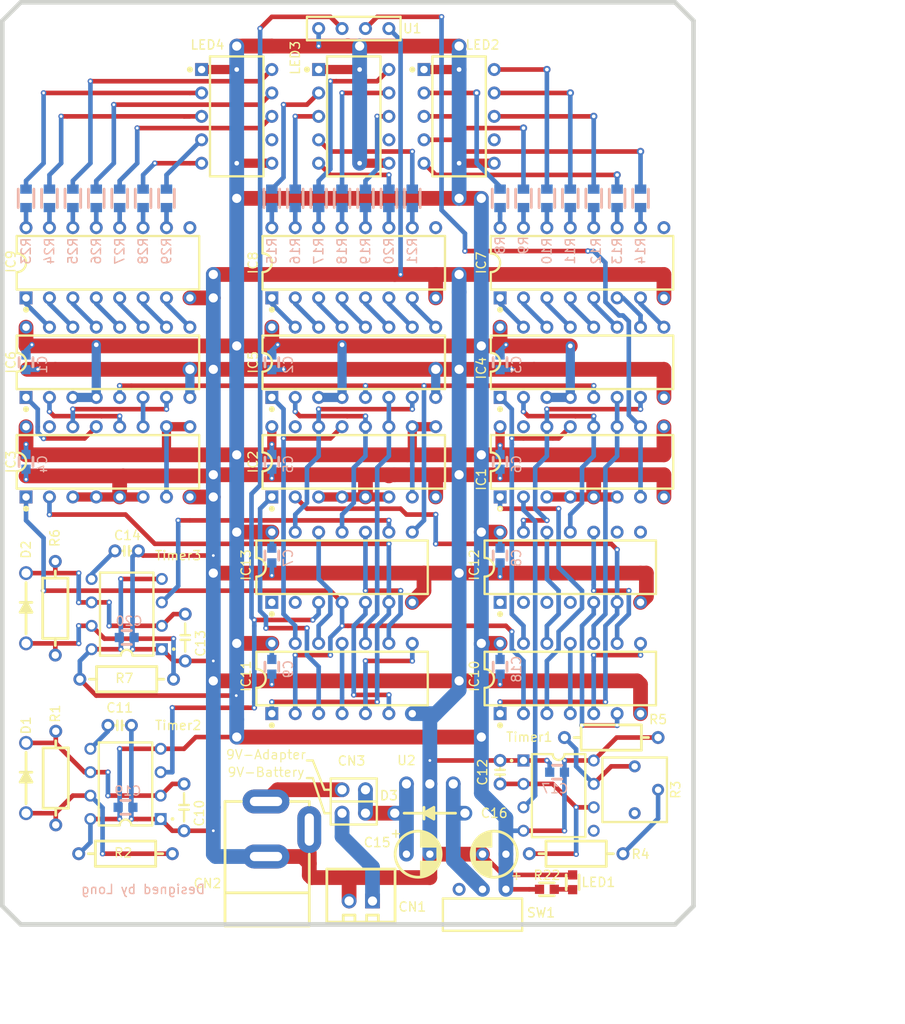
<source format=kicad_pcb>
(kicad_pcb (version 20171130) (host pcbnew "(5.1.10)-1")
  (layers (0 F.Cu signal) (31 B.Cu signal) (34 B.Paste user) (35 F.Paste user) (36 B.SilkS user) (37 F.SilkS user) (38 B.Mask user) (39 F.Mask user) (44 Edge.Cuts user))
  (net 0 "")
  (net 1 GND)
  (net 2 +5V)
  (net 3 "Net-(C10-Pad1)")
  (net 4 "Net-(C11-Pad1)")
  (net 5 "Net-(C12-Pad1)")
  (net 6 "Net-(C13-Pad1)")
  (net 7 "Net-(C14-Pad1)")
  (net 8 "Net-(C15-Pad1)")
  (net 9 "Net-(D1-Pad1)")
  (net 10 "Net-(D2-Pad1)")
  (net 11 "Net-(D3-Pad1)")
  (net 12 "Net-(R3-Pad2)")
  (net 13 "Net-(R3-Pad1)")
  (net 14 /En)
  (net 15 "Net-(CN1-Pad1)")
  (net 16 "Net-(CN2-Pad1)")
  (net 17 "Net-(SW1-Pad3)")
  (net 18 "Net-(IC1-Pad15)")
  (net 19 "Net-(IC1-Pad2)")
  (net 20 "Net-(IC1-Pad1)")
  (net 21 "Net-(IC1-Pad14)")
  (net 22 "Net-(IC1-Pad12)")
  (net 23 "Net-(IC1-Pad13)")
  (net 24 "Net-(IC1-Pad10)")
  (net 25 "Net-(IC1-Pad11)")
  (net 26 "Net-(IC2-Pad15)")
  (net 27 "Net-(IC10-Pad1)")
  (net 28 "Net-(IC11-Pad3)")
  (net 29 "Net-(IC13-Pad13)")
  (net 30 "Net-(IC13-Pad11)")
  (net 31 "Net-(IC11-Pad13)")
  (net 32 "Net-(IC11-Pad10)")
  (net 33 "Net-(IC3-Pad15)")
  (net 34 "Net-(IC11-Pad1)")
  (net 35 "Net-(IC10-Pad2)")
  (net 36 "Net-(IC3-Pad14)")
  (net 37 "Net-(IC3-Pad12)")
  (net 38 "Net-(IC3-Pad13)")
  (net 39 "Net-(IC3-Pad11)")
  (net 40 "Net-(IC4-Pad15)")
  (net 41 "Net-(IC4-Pad14)")
  (net 42 "Net-(IC4-Pad12)")
  (net 43 "Net-(IC4-Pad13)")
  (net 44 "Net-(IC4-Pad9)")
  (net 45 "Net-(IC4-Pad10)")
  (net 46 "Net-(IC4-Pad11)")
  (net 47 "Net-(IC5-Pad15)")
  (net 48 "Net-(IC5-Pad14)")
  (net 49 "Net-(IC5-Pad12)")
  (net 50 "Net-(IC5-Pad13)")
  (net 51 "Net-(IC5-Pad9)")
  (net 52 "Net-(IC5-Pad10)")
  (net 53 "Net-(IC5-Pad11)")
  (net 54 "Net-(IC6-Pad15)")
  (net 55 "Net-(IC6-Pad14)")
  (net 56 "Net-(IC6-Pad12)")
  (net 57 "Net-(IC6-Pad13)")
  (net 58 "Net-(IC6-Pad9)")
  (net 59 "Net-(IC6-Pad10)")
  (net 60 "Net-(IC6-Pad11)")
  (net 61 "Net-(IC7-Pad11)")
  (net 62 "Net-(IC7-Pad10)")
  (net 63 "Net-(IC7-Pad9)")
  (net 64 "Net-(IC7-Pad13)")
  (net 65 "Net-(IC7-Pad12)")
  (net 66 "Net-(IC7-Pad14)")
  (net 67 "Net-(IC7-Pad15)")
  (net 68 "Net-(IC7-Pad16)")
  (net 69 "Net-(IC8-Pad16)")
  (net 70 "Net-(IC8-Pad15)")
  (net 71 "Net-(IC8-Pad14)")
  (net 72 "Net-(IC8-Pad12)")
  (net 73 "Net-(IC8-Pad13)")
  (net 74 "Net-(IC8-Pad9)")
  (net 75 "Net-(IC8-Pad10)")
  (net 76 "Net-(IC8-Pad11)")
  (net 77 "Net-(IC9-Pad16)")
  (net 78 "Net-(IC9-Pad15)")
  (net 79 "Net-(IC9-Pad14)")
  (net 80 "Net-(IC9-Pad12)")
  (net 81 "Net-(IC9-Pad13)")
  (net 82 "Net-(IC9-Pad9)")
  (net 83 "Net-(IC9-Pad10)")
  (net 84 "Net-(IC9-Pad11)")
  (net 85 "Net-(IC10-Pad12)")
  (net 86 "Net-(IC10-Pad9)")
  (net 87 "Net-(IC10-Pad5)")
  (net 88 "Net-(IC10-Pad6)")
  (net 89 "Net-(IC10-Pad11)")
  (net 90 "Net-(IC11-Pad12)")
  (net 91 "Net-(IC11-Pad9)")
  (net 92 "Net-(IC11-Pad5)")
  (net 93 "Net-(IC11-Pad6)")
  (net 94 "Net-(IC11-Pad11)")
  (net 95 "Net-(IC13-Pad9)")
  (net 96 "Net-(IC13-Pad3)")
  (net 97 "Net-(LED1-Pad1)")
  (net 98 "Net-(LED2-Pad7)")
  (net 99 "Net-(LED2-Pad4)")
  (net 100 "Net-(LED2-Pad10)")
  (net 101 "Net-(LED2-Pad3)")
  (net 102 "Net-(LED2-Pad2)")
  (net 103 "Net-(LED2-Pad8)")
  (net 104 "Net-(LED2-Pad9)")
  (net 105 "Net-(LED2-Pad5)")
  (net 106 "Net-(LED3-Pad7)")
  (net 107 "Net-(LED3-Pad4)")
  (net 108 "Net-(LED3-Pad10)")
  (net 109 "Net-(LED3-Pad3)")
  (net 110 "Net-(LED3-Pad2)")
  (net 111 "Net-(LED3-Pad8)")
  (net 112 "Net-(LED3-Pad9)")
  (net 113 "Net-(LED3-Pad5)")
  (net 114 "Net-(LED4-Pad7)")
  (net 115 "Net-(LED4-Pad4)")
  (net 116 "Net-(LED4-Pad10)")
  (net 117 "Net-(LED4-Pad3)")
  (net 118 "Net-(LED4-Pad2)")
  (net 119 "Net-(LED4-Pad8)")
  (net 120 "Net-(LED4-Pad9)")
  (net 121 "Net-(LED4-Pad5)")
  (net 122 "Net-(Timer1-Pad5)")
  (module MountingHole:MountingHole_3.5mm (layer F.Cu) (at 144.3 54.05)
    (fp_text reference REF** hide)
    (fp_text value MountingHole_3.5mm)
    (pad 1 np_thru_hole circle (at 0 0) (size 3.5 3.5) (drill 3.5) (layers *.Cu *.Mask))
  )
  (module MountingHole:MountingHole_3.5mm (layer F.Cu) (at 144.3 146.05)
    (fp_text reference REF** hide)
    (fp_text value MountingHole_3.5mm)
    (pad 1 np_thru_hole circle (at 0 0) (size 3.5 3.5) (drill 3.5) (layers *.Cu *.Mask))
  )
  (module MountingHole:MountingHole_3.5mm (layer F.Cu) (at 211.3 54.05)
    (fp_text reference REF** hide)
    (fp_text value MountingHole_3.5mm)
    (pad 1 np_thru_hole circle (at 0 0) (size 3.5 3.5) (drill 3.5) (layers *.Cu *.Mask))
  )
  (module C_1608:C1608C0G1H682J (layer F.Cu) (at 199.39 146.05)
    (fp_text reference R22 (at 0 -1.524) (layer F.SilkS))
    (fp_text value 470)
    (fp_text user " " (at -0.47 0) (layer F.SilkS) (effects (font (size 1.27 1.27))))
    (pad 2 smd rect (at 0.8 0) (size 1 1) (layers F.Cu F.Paste F.Mask) (net 97 "Net-(LED1-Pad1)"))
    (pad 1 smd rect (at -0.8 0) (size 1 1) (layers F.Cu F.Paste F.Mask) (net 2 +5V))
  )
  (module C_1608:C1608C0G1H682J (layer F.Cu) (at 202.184 145.288 90)
    (fp_text reference LED1 (at 0 2.794 180) (layer F.SilkS))
    (fp_text value LED)
    (fp_text user " " (at 0 0.635 90) (layer F.SilkS) (effects (font (size 1.27 1.27))))
    (pad 2 smd rect (at 0.8 0 90) (size 1 1) (layers F.Cu F.Paste F.Mask) (net 1 GND))
    (pad 1 smd rect (at -0.8 0 90) (size 1 1) (layers F.Cu F.Paste F.Mask) (net 97 "Net-(LED1-Pad1)"))
  )
  (module MountingHole:MountingHole_3.5mm (layer F.Cu) (at 211.3 146.05)
    (fp_text reference REF** hide)
    (fp_text value MountingHole_3.5mm)
    (pad 1 np_thru_hole circle (at 0 0) (size 3.5 3.5) (drill 3.5) (layers *.Cu *.Mask))
  )
  (module 7segsLED_SA39-129RWB:SA39-129RWB (layer F.Cu) (at 165.735 62.23)
    (fp_text reference LED4 (at -3.175 -7.755) (layer F.SilkS))
    (fp_text value SA39-129RWB)
    (pad 6 thru_hole circle (at 3.81 5.08) (size 1.4 1.4) (drill 0.8) (layers *.Cu *.Mask) (net 2 +5V))
    (pad 7 thru_hole circle (at 3.81 2.54) (size 1.4 1.4) (drill 0.8) (layers *.Cu *.Mask) (net 114 "Net-(LED4-Pad7)"))
    (pad 4 thru_hole circle (at -3.81 2.54) (size 1.4 1.4) (drill 0.8) (layers *.Cu *.Mask) (net 115 "Net-(LED4-Pad4)"))
    (pad 10 thru_hole circle (at 3.81 -5.08) (size 1.4 1.4) (drill 0.8) (layers *.Cu *.Mask) (net 116 "Net-(LED4-Pad10)"))
    (pad 3 thru_hole circle (at -3.81 0) (size 1.4 1.4) (drill 0.8) (layers *.Cu *.Mask) (net 117 "Net-(LED4-Pad3)"))
    (pad 2 thru_hole circle (at -3.81 -2.54) (size 1.4 1.4) (drill 0.8) (layers *.Cu *.Mask) (net 118 "Net-(LED4-Pad2)"))
    (pad 8 thru_hole circle (at 3.81 0) (size 1.4 1.4) (drill 0.8) (layers *.Cu *.Mask) (net 119 "Net-(LED4-Pad8)"))
    (pad 1 thru_hole rect (at -3.81 -5.08) (size 1.4 1.4) (drill 0.8) (layers *.Cu *.Mask) (net 2 +5V))
    (pad 9 thru_hole circle (at 3.81 -2.54) (size 1.4 1.4) (drill 0.8) (layers *.Cu *.Mask) (net 120 "Net-(LED4-Pad9)"))
    (pad 5 thru_hole circle (at -3.81 5.08) (size 1.4 1.4) (drill 0.8) (layers *.Cu *.Mask) (net 121 "Net-(LED4-Pad5)"))
  )
  (module 7segsLED_SA39-129RWB:SA39-129RWB (layer F.Cu) (at 189.865 62.23)
    (fp_text reference LED2 (at 2.54 -7.755) (layer F.SilkS))
    (fp_text value SA39-129RWB)
    (pad 6 thru_hole circle (at 3.81 5.08) (size 1.4 1.4) (drill 0.8) (layers *.Cu *.Mask) (net 2 +5V))
    (pad 7 thru_hole circle (at 3.81 2.54) (size 1.4 1.4) (drill 0.8) (layers *.Cu *.Mask) (net 98 "Net-(LED2-Pad7)"))
    (pad 4 thru_hole circle (at -3.81 2.54) (size 1.4 1.4) (drill 0.8) (layers *.Cu *.Mask) (net 99 "Net-(LED2-Pad4)"))
    (pad 10 thru_hole circle (at 3.81 -5.08) (size 1.4 1.4) (drill 0.8) (layers *.Cu *.Mask) (net 100 "Net-(LED2-Pad10)"))
    (pad 3 thru_hole circle (at -3.81 0) (size 1.4 1.4) (drill 0.8) (layers *.Cu *.Mask) (net 101 "Net-(LED2-Pad3)"))
    (pad 2 thru_hole circle (at -3.81 -2.54) (size 1.4 1.4) (drill 0.8) (layers *.Cu *.Mask) (net 102 "Net-(LED2-Pad2)"))
    (pad 8 thru_hole circle (at 3.81 0) (size 1.4 1.4) (drill 0.8) (layers *.Cu *.Mask) (net 103 "Net-(LED2-Pad8)"))
    (pad 1 thru_hole rect (at -3.81 -5.08) (size 1.4 1.4) (drill 0.8) (layers *.Cu *.Mask) (net 2 +5V))
    (pad 9 thru_hole circle (at 3.81 -2.54) (size 1.4 1.4) (drill 0.8) (layers *.Cu *.Mask) (net 104 "Net-(LED2-Pad9)"))
    (pad 5 thru_hole circle (at -3.81 5.08) (size 1.4 1.4) (drill 0.8) (layers *.Cu *.Mask) (net 105 "Net-(LED2-Pad5)"))
  )
  (module R:R (layer F.Cu) (at 201.295 129.54)
    (fp_text reference R5 (at 10.16 -1.905) (layer F.SilkS))
    (fp_text value 330)
    (pad 2 thru_hole circle (at 10.16 0.0508) (size 1.4 1.4) (drill 0.8) (layers *.Cu *.Mask) (net 2 +5V))
    (pad 1 thru_hole circle (at 0 0.0508) (size 1.4 1.4) (drill 0.8) (layers *.Cu *.Mask) (net 13 "Net-(R3-Pad1)"))
  )
  (module XH_connector:XH-2pins (layer F.Cu) (at 179.07 147.32 270)
    (fp_text reference CN1 (at 0.635 -5.715 180) (layer F.SilkS))
    (fp_text value 9V-Battery)
    (pad 2 thru_hole circle (at 0 1.143 270) (size 1.6 1.6) (drill 1) (layers *.Cu *.Mask) (net 1 GND))
    (pad 1 thru_hole rect (at 0 -1.397 270) (size 1.6 1.6) (drill 1) (layers *.Cu *.Mask) (net 15 "Net-(CN1-Pad1)"))
  )
  (module C:10uF-16v (layer F.Cu) (at 193.675 142.24 180)
    (fp_text reference C16 (at 0 4.445) (layer F.SilkS))
    (fp_text value 10uf)
    (fp_text user + (at -2.413 -2.286) (layer F.SilkS))
    (pad 2 thru_hole circle (at 1.27 0 180) (size 1.4 1.4) (drill 0.8) (layers *.Cu *.Mask) (net 1 GND))
    (pad 1 thru_hole circle (at -1.27 0 180) (size 1.4 1.4) (drill 0.8) (layers *.Cu *.Mask) (net 2 +5V))
  )
  (module C:10uF-16v (layer F.Cu) (at 185.42 142.24)
    (fp_text reference C15 (at -4.445 -1.27) (layer F.SilkS))
    (fp_text value 10uf)
    (fp_text user + (at -2.413 -2.286) (layer F.SilkS))
    (pad 2 thru_hole circle (at 1.27 0) (size 1.4 1.4) (drill 0.8) (layers *.Cu *.Mask) (net 1 GND))
    (pad 1 thru_hole circle (at -1.27 0) (size 1.4 1.4) (drill 0.8) (layers *.Cu *.Mask) (net 8 "Net-(C15-Pad1)"))
  )
  (module Diode_custom:1DS4 (layer F.Cu) (at 186.69 137.795 180)
    (fp_text reference D3 (at 4.445 1.905) (layer F.SilkS))
    (fp_text value 1N4005)
    (pad 2 thru_hole circle (at 3.81 0 180) (size 1.5 1.5) (drill 1) (layers *.Cu *.Mask) (net 8 "Net-(C15-Pad1)"))
    (pad 1 thru_hole circle (at -3.81 0 180) (size 1.5 1.5) (drill 1) (layers *.Cu *.Mask) (net 11 "Net-(D3-Pad1)"))
  )
  (module Diode_custom:1DS4 (layer F.Cu) (at 142.875 115.57 90)
    (fp_text reference D2 (at 6.35 0 90) (layer F.SilkS))
    (fp_text value 1N4005)
    (pad 2 thru_hole circle (at 3.81 0 90) (size 1.5 1.5) (drill 1) (layers *.Cu *.Mask) (net 6 "Net-(C13-Pad1)"))
    (pad 1 thru_hole circle (at -3.81 0 90) (size 1.5 1.5) (drill 1) (layers *.Cu *.Mask) (net 10 "Net-(D2-Pad1)"))
  )
  (module Diode_custom:1DS4 (layer F.Cu) (at 142.875 133.985 90)
    (fp_text reference D1 (at 5.715 0 90) (layer F.SilkS))
    (fp_text value 1N4005)
    (pad 2 thru_hole circle (at 3.81 0 90) (size 1.5 1.5) (drill 1) (layers *.Cu *.Mask) (net 3 "Net-(C10-Pad1)"))
    (pad 1 thru_hole circle (at -3.81 0 90) (size 1.5 1.5) (drill 1) (layers *.Cu *.Mask) (net 9 "Net-(D1-Pad1)"))
  )
  (module 74HC04:74HC04 (layer F.Cu) (at 201.93 111.125 90)
    (fp_text reference IC12 (at 0.254 -10.422 90) (layer F.SilkS))
    (fp_text value 74HC04)
    (pad 14 thru_hole circle (at 3.81 -7.62 90) (size 1.4 1.4) (drill 0.8) (layers *.Cu *.Mask) (net 2 +5V))
    (pad 13 thru_hole circle (at 3.81 -5.08 90) (size 1.4 1.4) (drill 0.8) (layers *.Cu *.Mask) (net 21 "Net-(IC1-Pad14)"))
    (pad 12 thru_hole circle (at 3.81 -2.54 90) (size 1.4 1.4) (drill 0.8) (layers *.Cu *.Mask) (net 85 "Net-(IC10-Pad12)"))
    (pad 10 thru_hole circle (at 3.81 2.54 90) (size 1.4 1.4) (drill 0.8) (layers *.Cu *.Mask) (net 86 "Net-(IC10-Pad9)"))
    (pad 9 thru_hole circle (at 3.81 5.08 90) (size 1.4 1.4) (drill 0.8) (layers *.Cu *.Mask))
    (pad 8 thru_hole circle (at 3.81 7.62 90) (size 1.4 1.4) (drill 0.8) (layers *.Cu *.Mask))
    (pad 7 thru_hole circle (at -3.81 7.62 90) (size 1.4 1.4) (drill 0.8) (layers *.Cu *.Mask) (net 1 GND))
    (pad 6 thru_hole circle (at -3.81 5.08 90) (size 1.4 1.4) (drill 0.8) (layers *.Cu *.Mask) (net 27 "Net-(IC10-Pad1)"))
    (pad 5 thru_hole circle (at -3.81 2.54 90) (size 1.4 1.4) (drill 0.8) (layers *.Cu *.Mask) (net 88 "Net-(IC10-Pad6)"))
    (pad 1 thru_hole rect (at -3.81 -7.62 90) (size 1.4 1.4) (drill 0.8) (layers *.Cu *.Mask))
    (pad 2 thru_hole circle (at -3.81 -5.08 90) (size 1.4 1.4) (drill 0.8) (layers *.Cu *.Mask))
    (pad 3 thru_hole circle (at -3.81 -2.54 90) (size 1.4 1.4) (drill 0.8) (layers *.Cu *.Mask))
    (pad 11 thru_hole circle (at 3.81 0 90) (size 1.4 1.4) (drill 0.8) (layers *.Cu *.Mask) (net 22 "Net-(IC1-Pad12)"))
    (pad 4 thru_hole circle (at -3.81 0 90) (size 1.4 1.4) (drill 0.8) (layers *.Cu *.Mask))
  )
  (module 74HC04:74HC04 (layer F.Cu) (at 201.93 123.19 90)
    (fp_text reference IC10 (at 0.254 -10.422 90) (layer F.SilkS))
    (fp_text value 74HC08)
    (pad 14 thru_hole circle (at 3.81 -7.62 90) (size 1.4 1.4) (drill 0.8) (layers *.Cu *.Mask) (net 2 +5V))
    (pad 13 thru_hole circle (at 3.81 -5.08 90) (size 1.4 1.4) (drill 0.8) (layers *.Cu *.Mask) (net 23 "Net-(IC1-Pad13)"))
    (pad 12 thru_hole circle (at 3.81 -2.54 90) (size 1.4 1.4) (drill 0.8) (layers *.Cu *.Mask) (net 85 "Net-(IC10-Pad12)"))
    (pad 10 thru_hole circle (at 3.81 2.54 90) (size 1.4 1.4) (drill 0.8) (layers *.Cu *.Mask) (net 25 "Net-(IC1-Pad11)"))
    (pad 9 thru_hole circle (at 3.81 5.08 90) (size 1.4 1.4) (drill 0.8) (layers *.Cu *.Mask) (net 86 "Net-(IC10-Pad9)"))
    (pad 8 thru_hole circle (at 3.81 7.62 90) (size 1.4 1.4) (drill 0.8) (layers *.Cu *.Mask) (net 87 "Net-(IC10-Pad5)"))
    (pad 7 thru_hole circle (at -3.81 7.62 90) (size 1.4 1.4) (drill 0.8) (layers *.Cu *.Mask) (net 1 GND))
    (pad 6 thru_hole circle (at -3.81 5.08 90) (size 1.4 1.4) (drill 0.8) (layers *.Cu *.Mask) (net 88 "Net-(IC10-Pad6)"))
    (pad 5 thru_hole circle (at -3.81 2.54 90) (size 1.4 1.4) (drill 0.8) (layers *.Cu *.Mask) (net 87 "Net-(IC10-Pad5)"))
    (pad 1 thru_hole rect (at -3.81 -7.62 90) (size 1.4 1.4) (drill 0.8) (layers *.Cu *.Mask) (net 27 "Net-(IC10-Pad1)"))
    (pad 2 thru_hole circle (at -3.81 -5.08 90) (size 1.4 1.4) (drill 0.8) (layers *.Cu *.Mask) (net 35 "Net-(IC10-Pad2)"))
    (pad 3 thru_hole circle (at -3.81 -2.54 90) (size 1.4 1.4) (drill 0.8) (layers *.Cu *.Mask) (net 20 "Net-(IC1-Pad1)"))
    (pad 11 thru_hole circle (at 3.81 0 90) (size 1.4 1.4) (drill 0.8) (layers *.Cu *.Mask) (net 89 "Net-(IC10-Pad11)"))
    (pad 4 thru_hole circle (at -3.81 0 90) (size 1.4 1.4) (drill 0.8) (layers *.Cu *.Mask) (net 89 "Net-(IC10-Pad11)"))
  )
  (module 7segsLED_SA39-129RWB:SA39-129RWB (layer F.Cu) (at 178.435 62.23)
    (fp_text reference LED3 (at -6.35 -6.35 90) (layer F.SilkS))
    (fp_text value SA39-129RWB)
    (pad 6 thru_hole circle (at 3.81 5.08) (size 1.4 1.4) (drill 0.8) (layers *.Cu *.Mask) (net 2 +5V))
    (pad 7 thru_hole circle (at 3.81 2.54) (size 1.4 1.4) (drill 0.8) (layers *.Cu *.Mask) (net 106 "Net-(LED3-Pad7)"))
    (pad 4 thru_hole circle (at -3.81 2.54) (size 1.4 1.4) (drill 0.8) (layers *.Cu *.Mask) (net 107 "Net-(LED3-Pad4)"))
    (pad 10 thru_hole circle (at 3.81 -5.08) (size 1.4 1.4) (drill 0.8) (layers *.Cu *.Mask) (net 108 "Net-(LED3-Pad10)"))
    (pad 3 thru_hole circle (at -3.81 0) (size 1.4 1.4) (drill 0.8) (layers *.Cu *.Mask) (net 109 "Net-(LED3-Pad3)"))
    (pad 2 thru_hole circle (at -3.81 -2.54) (size 1.4 1.4) (drill 0.8) (layers *.Cu *.Mask) (net 110 "Net-(LED3-Pad2)"))
    (pad 8 thru_hole circle (at 3.81 0) (size 1.4 1.4) (drill 0.8) (layers *.Cu *.Mask) (net 111 "Net-(LED3-Pad8)"))
    (pad 1 thru_hole rect (at -3.81 -5.08) (size 1.4 1.4) (drill 0.8) (layers *.Cu *.Mask) (net 2 +5V))
    (pad 9 thru_hole circle (at 3.81 -2.54) (size 1.4 1.4) (drill 0.8) (layers *.Cu *.Mask) (net 112 "Net-(LED3-Pad9)"))
    (pad 5 thru_hole circle (at -3.81 5.08) (size 1.4 1.4) (drill 0.8) (layers *.Cu *.Mask) (net 113 "Net-(LED3-Pad5)"))
  )
  (module 74HC04:74HC04 (layer F.Cu) (at 177.165 123.19 90)
    (fp_text reference IC11 (at 0.254 -10.422 90) (layer F.SilkS))
    (fp_text value 74HC08)
    (pad 14 thru_hole circle (at 3.81 -7.62 90) (size 1.4 1.4) (drill 0.8) (layers *.Cu *.Mask) (net 2 +5V))
    (pad 13 thru_hole circle (at 3.81 -5.08 90) (size 1.4 1.4) (drill 0.8) (layers *.Cu *.Mask) (net 31 "Net-(IC11-Pad13)"))
    (pad 12 thru_hole circle (at 3.81 -2.54 90) (size 1.4 1.4) (drill 0.8) (layers *.Cu *.Mask) (net 90 "Net-(IC11-Pad12)"))
    (pad 10 thru_hole circle (at 3.81 2.54 90) (size 1.4 1.4) (drill 0.8) (layers *.Cu *.Mask) (net 32 "Net-(IC11-Pad10)"))
    (pad 9 thru_hole circle (at 3.81 5.08 90) (size 1.4 1.4) (drill 0.8) (layers *.Cu *.Mask) (net 91 "Net-(IC11-Pad9)"))
    (pad 8 thru_hole circle (at 3.81 7.62 90) (size 1.4 1.4) (drill 0.8) (layers *.Cu *.Mask) (net 92 "Net-(IC11-Pad5)"))
    (pad 7 thru_hole circle (at -3.81 7.62 90) (size 1.4 1.4) (drill 0.8) (layers *.Cu *.Mask) (net 1 GND))
    (pad 6 thru_hole circle (at -3.81 5.08 90) (size 1.4 1.4) (drill 0.8) (layers *.Cu *.Mask) (net 93 "Net-(IC11-Pad6)"))
    (pad 5 thru_hole circle (at -3.81 2.54 90) (size 1.4 1.4) (drill 0.8) (layers *.Cu *.Mask) (net 92 "Net-(IC11-Pad5)"))
    (pad 1 thru_hole rect (at -3.81 -7.62 90) (size 1.4 1.4) (drill 0.8) (layers *.Cu *.Mask) (net 34 "Net-(IC11-Pad1)"))
    (pad 2 thru_hole circle (at -3.81 -5.08 90) (size 1.4 1.4) (drill 0.8) (layers *.Cu *.Mask) (net 35 "Net-(IC10-Pad2)"))
    (pad 3 thru_hole circle (at -3.81 -2.54 90) (size 1.4 1.4) (drill 0.8) (layers *.Cu *.Mask) (net 28 "Net-(IC11-Pad3)"))
    (pad 11 thru_hole circle (at 3.81 0 90) (size 1.4 1.4) (drill 0.8) (layers *.Cu *.Mask) (net 94 "Net-(IC11-Pad11)"))
    (pad 4 thru_hole circle (at -3.81 0 90) (size 1.4 1.4) (drill 0.8) (layers *.Cu *.Mask) (net 94 "Net-(IC11-Pad11)"))
  )
  (module 74HC04:74HC04 (layer F.Cu) (at 177.165 111.125 90)
    (fp_text reference IC13 (at 0.254 -10.422 90) (layer F.SilkS))
    (fp_text value 74HC04)
    (pad 14 thru_hole circle (at 3.81 -7.62 90) (size 1.4 1.4) (drill 0.8) (layers *.Cu *.Mask) (net 2 +5V))
    (pad 13 thru_hole circle (at 3.81 -5.08 90) (size 1.4 1.4) (drill 0.8) (layers *.Cu *.Mask) (net 29 "Net-(IC13-Pad13)"))
    (pad 12 thru_hole circle (at 3.81 -2.54 90) (size 1.4 1.4) (drill 0.8) (layers *.Cu *.Mask) (net 90 "Net-(IC11-Pad12)"))
    (pad 10 thru_hole circle (at 3.81 2.54 90) (size 1.4 1.4) (drill 0.8) (layers *.Cu *.Mask) (net 91 "Net-(IC11-Pad9)"))
    (pad 9 thru_hole circle (at 3.81 5.08 90) (size 1.4 1.4) (drill 0.8) (layers *.Cu *.Mask) (net 95 "Net-(IC13-Pad9)"))
    (pad 8 thru_hole circle (at 3.81 7.62 90) (size 1.4 1.4) (drill 0.8) (layers *.Cu *.Mask) (net 14 /En))
    (pad 7 thru_hole circle (at -3.81 7.62 90) (size 1.4 1.4) (drill 0.8) (layers *.Cu *.Mask) (net 1 GND))
    (pad 6 thru_hole circle (at -3.81 5.08 90) (size 1.4 1.4) (drill 0.8) (layers *.Cu *.Mask) (net 34 "Net-(IC11-Pad1)"))
    (pad 5 thru_hole circle (at -3.81 2.54 90) (size 1.4 1.4) (drill 0.8) (layers *.Cu *.Mask) (net 93 "Net-(IC11-Pad6)"))
    (pad 1 thru_hole rect (at -3.81 -7.62 90) (size 1.4 1.4) (drill 0.8) (layers *.Cu *.Mask))
    (pad 2 thru_hole circle (at -3.81 -5.08 90) (size 1.4 1.4) (drill 0.8) (layers *.Cu *.Mask))
    (pad 3 thru_hole circle (at -3.81 -2.54 90) (size 1.4 1.4) (drill 0.8) (layers *.Cu *.Mask) (net 96 "Net-(IC13-Pad3)"))
    (pad 11 thru_hole circle (at 3.81 0 90) (size 1.4 1.4) (drill 0.8) (layers *.Cu *.Mask) (net 30 "Net-(IC13-Pad11)"))
    (pad 4 thru_hole circle (at -3.81 0 90) (size 1.4 1.4) (drill 0.8) (layers *.Cu *.Mask) (net 35 "Net-(IC10-Pad2)"))
  )
  (module mj-179p:MJ179P (layer F.Cu) (at 168.91 136.525)
    (fp_text reference CN2 (at -6.35 8.89) (layer F.SilkS))
    (fp_text value 9V-Adapter)
    (pad 2 thru_hole oval (at 0 5.969 90) (size 2.6 5.1) (drill oval 1 3.5) (layers *.Cu *.Mask) (net 1 GND))
    (pad 1 thru_hole oval (at 0 0 90) (size 2.6 5.1) (drill oval 1 3.5) (layers *.Cu *.Mask) (net 16 "Net-(CN2-Pad1)"))
    (pad 3 thru_hole oval (at 4.699 3.048) (size 2.6 5.1) (drill oval 1 3.5) (layers *.Cu *.Mask) (net 1 GND))
  )
  (module cn_connector:jumper (layer F.Cu) (at 178.435 136.525)
    (fp_text reference CN3 (at -0.245001 -4.4) (layer F.SilkS))
    (fp_text value jumper)
    (pad 3 thru_hole circle (at -1.27 1.27 90) (size 1.6 1.6) (drill 1) (layers *.Cu *.Mask) (net 15 "Net-(CN1-Pad1)"))
    (pad 4 thru_hole circle (at 1.27 1.27 90) (size 1.6 1.6) (drill 1) (layers *.Cu *.Mask) (net 8 "Net-(C15-Pad1)"))
    (pad 1 thru_hole circle (at -1.27 -1.27 90) (size 1.6 1.6) (drill 1) (layers *.Cu *.Mask) (net 16 "Net-(CN2-Pad1)"))
    (pad 2 thru_hole circle (at 1.27 -1.27 90) (size 1.6 1.6) (drill 1) (layers *.Cu *.Mask) (net 8 "Net-(C15-Pad1)"))
  )
  (module VariableResistor:CT-6P (layer F.Cu) (at 208.915 135.255 270)
    (fp_text reference R3 (at 0 -4.445 270) (layer F.SilkS))
    (fp_text value 5k)
    (pad 3 thru_hole circle (at 2.54 0 270) (size 1.3 1.3) (drill 0.7) (layers *.Cu *.Mask))
    (pad 2 thru_hole circle (at 0 -2.54 270) (size 1.3 1.3) (drill 0.7) (layers *.Cu *.Mask) (net 12 "Net-(R3-Pad2)"))
    (pad 1 thru_hole circle (at -2.54 0 270) (size 1.3 1.3) (drill 0.7) (layers *.Cu *.Mask) (net 13 "Net-(R3-Pad1)"))
  )
  (module C_1608:C_1220 (layer B.Cu) (at 158.115 71.12 90)
    (fp_text reference R29 (at -5.715 0 90) (layer B.SilkS) (effects (justify mirror)))
    (fp_text value 1k)
    (pad 1 smd rect (at -1 0 90) (size 1 1.25) (layers B.Cu B.Paste B.Mask) (net 83 "Net-(IC9-Pad10)"))
    (pad 2 smd rect (at 1 0 90) (size 1 1.25) (layers B.Cu B.Paste B.Mask) (net 115 "Net-(LED4-Pad4)"))
  )
  (module C_1608:C_1220 (layer B.Cu) (at 155.575 71.12 90)
    (fp_text reference R28 (at -5.715 0 90) (layer B.SilkS) (effects (justify mirror)))
    (fp_text value 1k)
    (pad 1 smd rect (at -1 0 90) (size 1 1.25) (layers B.Cu B.Paste B.Mask) (net 84 "Net-(IC9-Pad11)"))
    (pad 2 smd rect (at 1 0 90) (size 1 1.25) (layers B.Cu B.Paste B.Mask) (net 121 "Net-(LED4-Pad5)"))
  )
  (module C_1608:C_1220 (layer B.Cu) (at 153.035 71.12 90)
    (fp_text reference R27 (at -5.715 0 90) (layer B.SilkS) (effects (justify mirror)))
    (fp_text value 1k)
    (pad 1 smd rect (at -1 0 90) (size 1 1.25) (layers B.Cu B.Paste B.Mask) (net 80 "Net-(IC9-Pad12)"))
    (pad 2 smd rect (at 1 0 90) (size 1 1.25) (layers B.Cu B.Paste B.Mask) (net 119 "Net-(LED4-Pad8)"))
  )
  (module C_1608:C_1220 (layer B.Cu) (at 150.495 71.12 90)
    (fp_text reference R26 (at -5.715 0 90) (layer B.SilkS) (effects (justify mirror)))
    (fp_text value 1k)
    (pad 1 smd rect (at -1 0 90) (size 1 1.25) (layers B.Cu B.Paste B.Mask) (net 81 "Net-(IC9-Pad13)"))
    (pad 2 smd rect (at 1 0 90) (size 1 1.25) (layers B.Cu B.Paste B.Mask) (net 120 "Net-(LED4-Pad9)"))
  )
  (module C_1608:C_1220 (layer B.Cu) (at 147.955 71.12 90)
    (fp_text reference R25 (at -5.715 0 90) (layer B.SilkS) (effects (justify mirror)))
    (fp_text value 1k)
    (pad 1 smd rect (at -1 0 90) (size 1 1.25) (layers B.Cu B.Paste B.Mask) (net 79 "Net-(IC9-Pad14)"))
    (pad 2 smd rect (at 1 0 90) (size 1 1.25) (layers B.Cu B.Paste B.Mask) (net 116 "Net-(LED4-Pad10)"))
  )
  (module C_1608:C_1220 (layer B.Cu) (at 145.415 71.12 90)
    (fp_text reference R24 (at -5.715 0 90) (layer B.SilkS) (effects (justify mirror)))
    (fp_text value 1k)
    (pad 1 smd rect (at -1 0 90) (size 1 1.25) (layers B.Cu B.Paste B.Mask) (net 78 "Net-(IC9-Pad15)"))
    (pad 2 smd rect (at 1 0 90) (size 1 1.25) (layers B.Cu B.Paste B.Mask) (net 117 "Net-(LED4-Pad3)"))
  )
  (module C_1608:C_1220 (layer B.Cu) (at 142.875 71.12 90)
    (fp_text reference R23 (at -5.715 0 90) (layer B.SilkS) (effects (justify mirror)))
    (fp_text value 1k)
    (pad 1 smd rect (at -1 0 90) (size 1 1.25) (layers B.Cu B.Paste B.Mask) (net 77 "Net-(IC9-Pad16)"))
    (pad 2 smd rect (at 1 0 90) (size 1 1.25) (layers B.Cu B.Paste B.Mask) (net 118 "Net-(LED4-Pad2)"))
  )
  (module C_1608:C_1220 (layer B.Cu) (at 184.785 71.12 90)
    (fp_text reference R21 (at -5.715 0 90) (layer B.SilkS) (effects (justify mirror)))
    (fp_text value 1k)
    (pad 1 smd rect (at -1 0 90) (size 1 1.25) (layers B.Cu B.Paste B.Mask) (net 75 "Net-(IC8-Pad10)"))
    (pad 2 smd rect (at 1 0 90) (size 1 1.25) (layers B.Cu B.Paste B.Mask) (net 107 "Net-(LED3-Pad4)"))
  )
  (module C_1608:C_1220 (layer B.Cu) (at 182.245 71.12 90)
    (fp_text reference R20 (at -5.715 0 90) (layer B.SilkS) (effects (justify mirror)))
    (fp_text value 1k)
    (pad 1 smd rect (at -1 0 90) (size 1 1.25) (layers B.Cu B.Paste B.Mask) (net 76 "Net-(IC8-Pad11)"))
    (pad 2 smd rect (at 1 0 90) (size 1 1.25) (layers B.Cu B.Paste B.Mask) (net 113 "Net-(LED3-Pad5)"))
  )
  (module C_1608:C_1220 (layer B.Cu) (at 179.705 71.12 90)
    (fp_text reference R19 (at -5.715 0 90) (layer B.SilkS) (effects (justify mirror)))
    (fp_text value 1k)
    (pad 1 smd rect (at -1 0 90) (size 1 1.25) (layers B.Cu B.Paste B.Mask) (net 72 "Net-(IC8-Pad12)"))
    (pad 2 smd rect (at 1 0 90) (size 1 1.25) (layers B.Cu B.Paste B.Mask) (net 111 "Net-(LED3-Pad8)"))
  )
  (module C_1608:C_1220 (layer B.Cu) (at 177.165 71.12 90)
    (fp_text reference R18 (at -5.715 0 90) (layer B.SilkS) (effects (justify mirror)))
    (fp_text value 1k)
    (pad 1 smd rect (at -1 0 90) (size 1 1.25) (layers B.Cu B.Paste B.Mask) (net 73 "Net-(IC8-Pad13)"))
    (pad 2 smd rect (at 1 0 90) (size 1 1.25) (layers B.Cu B.Paste B.Mask) (net 112 "Net-(LED3-Pad9)"))
  )
  (module C_1608:C_1220 (layer B.Cu) (at 174.625 71.12 90)
    (fp_text reference R17 (at -5.715 0 90) (layer B.SilkS) (effects (justify mirror)))
    (fp_text value 1k)
    (pad 1 smd rect (at -1 0 90) (size 1 1.25) (layers B.Cu B.Paste B.Mask) (net 71 "Net-(IC8-Pad14)"))
    (pad 2 smd rect (at 1 0 90) (size 1 1.25) (layers B.Cu B.Paste B.Mask) (net 108 "Net-(LED3-Pad10)"))
  )
  (module C_1608:C_1220 (layer B.Cu) (at 172.085 71.12 90)
    (fp_text reference R16 (at -5.715 0 90) (layer B.SilkS) (effects (justify mirror)))
    (fp_text value 1k)
    (pad 1 smd rect (at -1 0 90) (size 1 1.25) (layers B.Cu B.Paste B.Mask) (net 70 "Net-(IC8-Pad15)"))
    (pad 2 smd rect (at 1 0 90) (size 1 1.25) (layers B.Cu B.Paste B.Mask) (net 109 "Net-(LED3-Pad3)"))
  )
  (module C_1608:C_1220 (layer B.Cu) (at 169.545 71.12 90)
    (fp_text reference R15 (at -5.715 0 90) (layer B.SilkS) (effects (justify mirror)))
    (fp_text value 1k)
    (pad 1 smd rect (at -1 0 90) (size 1 1.25) (layers B.Cu B.Paste B.Mask) (net 69 "Net-(IC8-Pad16)"))
    (pad 2 smd rect (at 1 0 90) (size 1 1.25) (layers B.Cu B.Paste B.Mask) (net 110 "Net-(LED3-Pad2)"))
  )
  (module C_1608:C_1220 (layer B.Cu) (at 209.55 71.12 90)
    (fp_text reference R14 (at -5.715 0 90) (layer B.SilkS) (effects (justify mirror)))
    (fp_text value 1k)
    (pad 1 smd rect (at -1 0 90) (size 1 1.25) (layers B.Cu B.Paste B.Mask) (net 62 "Net-(IC7-Pad10)"))
    (pad 2 smd rect (at 1 0 90) (size 1 1.25) (layers B.Cu B.Paste B.Mask) (net 99 "Net-(LED2-Pad4)"))
  )
  (module C_1608:C_1220 (layer B.Cu) (at 207.01 71.12 90)
    (fp_text reference R13 (at -5.715 0 90) (layer B.SilkS) (effects (justify mirror)))
    (fp_text value 1k)
    (pad 1 smd rect (at -1 0 90) (size 1 1.25) (layers B.Cu B.Paste B.Mask) (net 61 "Net-(IC7-Pad11)"))
    (pad 2 smd rect (at 1 0 90) (size 1 1.25) (layers B.Cu B.Paste B.Mask) (net 105 "Net-(LED2-Pad5)"))
  )
  (module C_1608:C_1220 (layer B.Cu) (at 204.47 71.12 90)
    (fp_text reference R12 (at -5.715 0.254 90) (layer B.SilkS) (effects (justify mirror)))
    (fp_text value 1k)
    (pad 1 smd rect (at -1 0 90) (size 1 1.25) (layers B.Cu B.Paste B.Mask) (net 65 "Net-(IC7-Pad12)"))
    (pad 2 smd rect (at 1 0 90) (size 1 1.25) (layers B.Cu B.Paste B.Mask) (net 103 "Net-(LED2-Pad8)"))
  )
  (module C_1608:C_1220 (layer B.Cu) (at 201.93 71.12 90)
    (fp_text reference R11 (at -5.715 0 90) (layer B.SilkS) (effects (justify mirror)))
    (fp_text value 1k)
    (pad 1 smd rect (at -1 0 90) (size 1 1.25) (layers B.Cu B.Paste B.Mask) (net 64 "Net-(IC7-Pad13)"))
    (pad 2 smd rect (at 1 0 90) (size 1 1.25) (layers B.Cu B.Paste B.Mask) (net 104 "Net-(LED2-Pad9)"))
  )
  (module C_1608:C_1220 (layer B.Cu) (at 199.39 71.12 90)
    (fp_text reference R10 (at -5.715 0 90) (layer B.SilkS) (effects (justify mirror)))
    (fp_text value 1k)
    (pad 1 smd rect (at -1 0 90) (size 1 1.25) (layers B.Cu B.Paste B.Mask) (net 66 "Net-(IC7-Pad14)"))
    (pad 2 smd rect (at 1 0 90) (size 1 1.25) (layers B.Cu B.Paste B.Mask) (net 100 "Net-(LED2-Pad10)"))
  )
  (module C_1608:C_1220 (layer B.Cu) (at 196.85 71.12 90)
    (fp_text reference R9 (at -5.08 0 90) (layer B.SilkS) (effects (justify mirror)))
    (fp_text value 1k)
    (pad 1 smd rect (at -1 0 90) (size 1 1.25) (layers B.Cu B.Paste B.Mask) (net 67 "Net-(IC7-Pad15)"))
    (pad 2 smd rect (at 1 0 90) (size 1 1.25) (layers B.Cu B.Paste B.Mask) (net 101 "Net-(LED2-Pad3)"))
  )
  (module C_1608:C_1220 (layer B.Cu) (at 194.31 71.12 90)
    (fp_text reference R8 (at -5.08 0 90) (layer B.SilkS) (effects (justify mirror)))
    (fp_text value 1k)
    (pad 1 smd rect (at -1 0 90) (size 1 1.25) (layers B.Cu B.Paste B.Mask) (net 68 "Net-(IC7-Pad16)"))
    (pad 2 smd rect (at 1 0 90) (size 1 1.25) (layers B.Cu B.Paste B.Mask) (net 102 "Net-(LED2-Pad2)"))
  )
  (module C_1608:C0603C104Z3VACTU (layer B.Cu) (at 153.797 118.745)
    (fp_text reference C20 (at 0.254 -1.778) (layer B.SilkS) (effects (justify mirror)))
    (fp_text value 0.1uF)
    (pad 2 smd rect (at 0.8 0) (size 1 1) (layers B.Cu B.Paste B.Mask) (net 1 GND))
    (pad 1 smd rect (at -0.8 0) (size 1 1) (layers B.Cu B.Paste B.Mask) (net 2 +5V))
  )
  (module C_1608:C0603C104Z3VACTU (layer B.Cu) (at 153.67 137.16)
    (fp_text reference C19 (at 0.254 -1.778) (layer B.SilkS) (effects (justify mirror)))
    (fp_text value 0.1uF)
    (pad 2 smd rect (at 0.8 0) (size 1 1) (layers B.Cu B.Paste B.Mask) (net 1 GND))
    (pad 1 smd rect (at -0.8 0) (size 1 1) (layers B.Cu B.Paste B.Mask) (net 2 +5V))
  )
  (module C_1608:C0603C104Z3VACTU (layer B.Cu) (at 194.31 121.92 270)
    (fp_text reference C18 (at 0.254 -1.778 90) (layer B.SilkS) (effects (justify mirror)))
    (fp_text value 0.1uF)
    (pad 2 smd rect (at 0.8 0 270) (size 1 1) (layers B.Cu B.Paste B.Mask) (net 1 GND))
    (pad 1 smd rect (at -0.8 0 270) (size 1 1) (layers B.Cu B.Paste B.Mask) (net 2 +5V))
  )
  (module C_1608:C0603C104Z3VACTU (layer B.Cu) (at 200.495 133.35 180)
    (fp_text reference C17 (at 0.254 -1.778) (layer B.SilkS) (effects (justify mirror)))
    (fp_text value 0.1uF)
    (pad 2 smd rect (at 0.8 0 180) (size 1 1) (layers B.Cu B.Paste B.Mask) (net 1 GND))
    (pad 1 smd rect (at -0.8 0 180) (size 1 1) (layers B.Cu B.Paste B.Mask) (net 2 +5V))
  )
  (module C_1608:C0603C104Z3VACTU (layer B.Cu) (at 169.545 121.92 270)
    (fp_text reference C9 (at 0.254 -1.778 270) (layer B.SilkS) (effects (justify mirror)))
    (fp_text value 0.1uF)
    (pad 2 smd rect (at 0.8 0 270) (size 1 1) (layers B.Cu B.Paste B.Mask) (net 1 GND))
    (pad 1 smd rect (at -0.8 0 270) (size 1 1) (layers B.Cu B.Paste B.Mask) (net 2 +5V))
  )
  (module C_1608:C0603C104Z3VACTU (layer B.Cu) (at 194.31 109.855 270)
    (fp_text reference C8 (at 0.254 -1.778 270) (layer B.SilkS) (effects (justify mirror)))
    (fp_text value 0.1uF)
    (pad 2 smd rect (at 0.8 0 270) (size 1 1) (layers B.Cu B.Paste B.Mask) (net 1 GND))
    (pad 1 smd rect (at -0.8 0 270) (size 1 1) (layers B.Cu B.Paste B.Mask) (net 2 +5V))
  )
  (module C_1608:C0603C104Z3VACTU (layer B.Cu) (at 169.545 109.855 270)
    (fp_text reference C7 (at 0.254 -1.778 90) (layer B.SilkS) (effects (justify mirror)))
    (fp_text value 0.1uF)
    (pad 2 smd rect (at 0.8 0 270) (size 1 1) (layers B.Cu B.Paste B.Mask) (net 1 GND))
    (pad 1 smd rect (at -0.8 0 270) (size 1 1) (layers B.Cu B.Paste B.Mask) (net 2 +5V))
  )
  (module C_1608:C0603C104Z3VACTU (layer B.Cu) (at 194.31 99.695 270)
    (fp_text reference C6 (at 0.254 -1.778 90) (layer B.SilkS) (effects (justify mirror)))
    (fp_text value 0.1uF)
    (pad 2 smd rect (at 0.8 0 270) (size 1 1) (layers B.Cu B.Paste B.Mask) (net 1 GND))
    (pad 1 smd rect (at -0.8 0 270) (size 1 1) (layers B.Cu B.Paste B.Mask) (net 2 +5V))
  )
  (module C_1608:C0603C104Z3VACTU (layer B.Cu) (at 169.545 99.695 270)
    (fp_text reference C5 (at 0.254 -1.778 90) (layer B.SilkS) (effects (justify mirror)))
    (fp_text value 0.1uF)
    (pad 2 smd rect (at 0.8 0 270) (size 1 1) (layers B.Cu B.Paste B.Mask) (net 1 GND))
    (pad 1 smd rect (at -0.8 0 270) (size 1 1) (layers B.Cu B.Paste B.Mask) (net 2 +5V))
  )
  (module C_1608:C0603C104Z3VACTU (layer B.Cu) (at 142.875 99.695 270)
    (fp_text reference C4 (at 0.254 -1.778 270) (layer B.SilkS) (effects (justify mirror)))
    (fp_text value 0.1uF)
    (pad 2 smd rect (at 0.8 0 270) (size 1 1) (layers B.Cu B.Paste B.Mask) (net 1 GND))
    (pad 1 smd rect (at -0.8 0 270) (size 1 1) (layers B.Cu B.Paste B.Mask) (net 2 +5V))
  )
  (module C_1608:C0603C104Z3VACTU (layer B.Cu) (at 194.31 88.9 270)
    (fp_text reference C3 (at 0.254 -1.778 270) (layer B.SilkS) (effects (justify mirror)))
    (fp_text value 0.1uF)
    (pad 2 smd rect (at 0.8 0 270) (size 1 1) (layers B.Cu B.Paste B.Mask) (net 1 GND))
    (pad 1 smd rect (at -0.8 0 270) (size 1 1) (layers B.Cu B.Paste B.Mask) (net 2 +5V))
  )
  (module C_1608:C0603C104Z3VACTU (layer B.Cu) (at 169.545 88.9 270)
    (fp_text reference C2 (at 0.254 -1.778 270) (layer B.SilkS) (effects (justify mirror)))
    (fp_text value 0.1uF)
    (pad 2 smd rect (at 0.8 0 270) (size 1 1) (layers B.Cu B.Paste B.Mask) (net 1 GND))
    (pad 1 smd rect (at -0.8 0 270) (size 1 1) (layers B.Cu B.Paste B.Mask) (net 2 +5V))
  )
  (module C_1608:C0603C104Z3VACTU (layer B.Cu) (at 142.875 88.9 270)
    (fp_text reference C1 (at 0.254 -1.778 270) (layer B.SilkS) (effects (justify mirror)))
    (fp_text value 0.1uF)
    (pad 2 smd rect (at 0.8 0 270) (size 1 1) (layers B.Cu B.Paste B.Mask) (net 1 GND))
    (pad 1 smd rect (at -0.8 0 270) (size 1 1) (layers B.Cu B.Paste B.Mask) (net 2 +5V))
  )
  (module 74HC161AP:74HC161AP (layer F.Cu) (at 151.765 78.105 90)
    (fp_text reference IC9 (at 0.127 -10.541 90) (layer F.SilkS))
    (fp_text value TBD62003APG)
    (pad 16 thru_hole circle (at 3.81 -8.89 90) (size 1.4 1.4) (drill 0.8) (layers *.Cu *.Mask) (net 77 "Net-(IC9-Pad16)"))
    (pad 15 thru_hole circle (at 3.81 -6.35 90) (size 1.4 1.4) (drill 0.8) (layers *.Cu *.Mask) (net 78 "Net-(IC9-Pad15)"))
    (pad 5 thru_hole circle (at -3.81 1.27 90) (size 1.4 1.4) (drill 0.8) (layers *.Cu *.Mask) (net 60 "Net-(IC6-Pad11)"))
    (pad 8 thru_hole circle (at -3.81 8.89 90) (size 1.4 1.4) (drill 0.8) (layers *.Cu *.Mask) (net 1 GND))
    (pad 4 thru_hole circle (at -3.81 -1.27 90) (size 1.4 1.4) (drill 0.8) (layers *.Cu *.Mask) (net 56 "Net-(IC6-Pad12)"))
    (pad 2 thru_hole circle (at -3.81 -6.35 90) (size 1.4 1.4) (drill 0.8) (layers *.Cu *.Mask) (net 55 "Net-(IC6-Pad14)"))
    (pad 1 thru_hole rect (at -3.81 -8.89 90) (size 1.4 1.4) (drill 0.8) (layers *.Cu *.Mask) (net 54 "Net-(IC6-Pad15)"))
    (pad 14 thru_hole circle (at 3.81 -3.81 90) (size 1.4 1.4) (drill 0.8) (layers *.Cu *.Mask) (net 79 "Net-(IC9-Pad14)"))
    (pad 12 thru_hole circle (at 3.81 1.27 90) (size 1.4 1.4) (drill 0.8) (layers *.Cu *.Mask) (net 80 "Net-(IC9-Pad12)"))
    (pad 6 thru_hole circle (at -3.81 3.81 90) (size 1.4 1.4) (drill 0.8) (layers *.Cu *.Mask) (net 59 "Net-(IC6-Pad10)"))
    (pad 3 thru_hole circle (at -3.81 -3.81 90) (size 1.4 1.4) (drill 0.8) (layers *.Cu *.Mask) (net 57 "Net-(IC6-Pad13)"))
    (pad 13 thru_hole circle (at 3.81 -1.27 90) (size 1.4 1.4) (drill 0.8) (layers *.Cu *.Mask) (net 81 "Net-(IC9-Pad13)"))
    (pad 9 thru_hole circle (at 3.81 8.89 90) (size 1.4 1.4) (drill 0.8) (layers *.Cu *.Mask) (net 82 "Net-(IC9-Pad9)"))
    (pad 10 thru_hole circle (at 3.81 6.35 90) (size 1.4 1.4) (drill 0.8) (layers *.Cu *.Mask) (net 83 "Net-(IC9-Pad10)"))
    (pad 7 thru_hole circle (at -3.81 6.35 90) (size 1.4 1.4) (drill 0.8) (layers *.Cu *.Mask) (net 58 "Net-(IC6-Pad9)"))
    (pad 11 thru_hole circle (at 3.81 3.81 90) (size 1.4 1.4) (drill 0.8) (layers *.Cu *.Mask) (net 84 "Net-(IC9-Pad11)"))
  )
  (module 74HC161AP:74HC161AP (layer F.Cu) (at 151.765 88.9 90)
    (fp_text reference IC6 (at 0 -10.541 90) (layer F.SilkS))
    (fp_text value TC4511BP)
    (pad 16 thru_hole circle (at 3.81 -8.89 90) (size 1.4 1.4) (drill 0.8) (layers *.Cu *.Mask) (net 2 +5V))
    (pad 15 thru_hole circle (at 3.81 -6.35 90) (size 1.4 1.4) (drill 0.8) (layers *.Cu *.Mask) (net 54 "Net-(IC6-Pad15)"))
    (pad 5 thru_hole circle (at -3.81 1.27 90) (size 1.4 1.4) (drill 0.8) (layers *.Cu *.Mask) (net 14 /En))
    (pad 8 thru_hole circle (at -3.81 8.89 90) (size 1.4 1.4) (drill 0.8) (layers *.Cu *.Mask) (net 1 GND))
    (pad 4 thru_hole circle (at -3.81 -1.27 90) (size 1.4 1.4) (drill 0.8) (layers *.Cu *.Mask) (net 2 +5V))
    (pad 2 thru_hole circle (at -3.81 -6.35 90) (size 1.4 1.4) (drill 0.8) (layers *.Cu *.Mask) (net 37 "Net-(IC3-Pad12)"))
    (pad 1 thru_hole rect (at -3.81 -8.89 90) (size 1.4 1.4) (drill 0.8) (layers *.Cu *.Mask) (net 38 "Net-(IC3-Pad13)"))
    (pad 14 thru_hole circle (at 3.81 -3.81 90) (size 1.4 1.4) (drill 0.8) (layers *.Cu *.Mask) (net 55 "Net-(IC6-Pad14)"))
    (pad 12 thru_hole circle (at 3.81 1.27 90) (size 1.4 1.4) (drill 0.8) (layers *.Cu *.Mask) (net 56 "Net-(IC6-Pad12)"))
    (pad 6 thru_hole circle (at -3.81 3.81 90) (size 1.4 1.4) (drill 0.8) (layers *.Cu *.Mask) (net 39 "Net-(IC3-Pad11)"))
    (pad 3 thru_hole circle (at -3.81 -3.81 90) (size 1.4 1.4) (drill 0.8) (layers *.Cu *.Mask) (net 2 +5V))
    (pad 13 thru_hole circle (at 3.81 -1.27 90) (size 1.4 1.4) (drill 0.8) (layers *.Cu *.Mask) (net 57 "Net-(IC6-Pad13)"))
    (pad 9 thru_hole circle (at 3.81 8.89 90) (size 1.4 1.4) (drill 0.8) (layers *.Cu *.Mask) (net 58 "Net-(IC6-Pad9)"))
    (pad 10 thru_hole circle (at 3.81 6.35 90) (size 1.4 1.4) (drill 0.8) (layers *.Cu *.Mask) (net 59 "Net-(IC6-Pad10)"))
    (pad 7 thru_hole circle (at -3.81 6.35 90) (size 1.4 1.4) (drill 0.8) (layers *.Cu *.Mask) (net 36 "Net-(IC3-Pad14)"))
    (pad 11 thru_hole circle (at 3.81 3.81 90) (size 1.4 1.4) (drill 0.8) (layers *.Cu *.Mask) (net 60 "Net-(IC6-Pad11)"))
  )
  (module 74HC161AP:74HC161AP (layer F.Cu) (at 151.765 99.695 90)
    (fp_text reference IC3 (at 0 -10.541 90) (layer F.SilkS))
    (fp_text value 74HC161AP)
    (pad 16 thru_hole circle (at 3.81 -8.89 90) (size 1.4 1.4) (drill 0.8) (layers *.Cu *.Mask) (net 2 +5V))
    (pad 15 thru_hole circle (at 3.81 -6.35 90) (size 1.4 1.4) (drill 0.8) (layers *.Cu *.Mask) (net 33 "Net-(IC3-Pad15)"))
    (pad 5 thru_hole circle (at -3.81 1.27 90) (size 1.4 1.4) (drill 0.8) (layers *.Cu *.Mask) (net 1 GND))
    (pad 8 thru_hole circle (at -3.81 8.89 90) (size 1.4 1.4) (drill 0.8) (layers *.Cu *.Mask) (net 1 GND))
    (pad 4 thru_hole circle (at -3.81 -1.27 90) (size 1.4 1.4) (drill 0.8) (layers *.Cu *.Mask) (net 1 GND))
    (pad 2 thru_hole circle (at -3.81 -6.35 90) (size 1.4 1.4) (drill 0.8) (layers *.Cu *.Mask) (net 34 "Net-(IC11-Pad1)"))
    (pad 1 thru_hole rect (at -3.81 -8.89 90) (size 1.4 1.4) (drill 0.8) (layers *.Cu *.Mask) (net 35 "Net-(IC10-Pad2)"))
    (pad 14 thru_hole circle (at 3.81 -3.81 90) (size 1.4 1.4) (drill 0.8) (layers *.Cu *.Mask) (net 36 "Net-(IC3-Pad14)"))
    (pad 12 thru_hole circle (at 3.81 1.27 90) (size 1.4 1.4) (drill 0.8) (layers *.Cu *.Mask) (net 37 "Net-(IC3-Pad12)"))
    (pad 6 thru_hole circle (at -3.81 3.81 90) (size 1.4 1.4) (drill 0.8) (layers *.Cu *.Mask) (net 1 GND))
    (pad 3 thru_hole circle (at -3.81 -3.81 90) (size 1.4 1.4) (drill 0.8) (layers *.Cu *.Mask) (net 1 GND))
    (pad 13 thru_hole circle (at 3.81 -1.27 90) (size 1.4 1.4) (drill 0.8) (layers *.Cu *.Mask) (net 38 "Net-(IC3-Pad13)"))
    (pad 9 thru_hole circle (at 3.81 8.89 90) (size 1.4 1.4) (drill 0.8) (layers *.Cu *.Mask) (net 2 +5V))
    (pad 10 thru_hole circle (at 3.81 6.35 90) (size 1.4 1.4) (drill 0.8) (layers *.Cu *.Mask) (net 2 +5V))
    (pad 7 thru_hole circle (at -3.81 6.35 90) (size 1.4 1.4) (drill 0.8) (layers *.Cu *.Mask) (net 2 +5V))
    (pad 11 thru_hole circle (at 3.81 3.81 90) (size 1.4 1.4) (drill 0.8) (layers *.Cu *.Mask) (net 39 "Net-(IC3-Pad11)"))
  )
  (module sw:SS-12D01G3 (layer F.Cu) (at 192.405 146.05 180)
    (fp_text reference SW1 (at -6.35 -2.54) (layer F.SilkS))
    (fp_text value SW)
    (pad 3 thru_hole circle (at 2.54 0 180) (size 1.4 1.4) (drill 0.8) (layers *.Cu *.Mask) (net 17 "Net-(SW1-Pad3)"))
    (pad 2 thru_hole circle (at 0 0 180) (size 1.4 1.4) (drill 0.8) (layers *.Cu *.Mask) (net 11 "Net-(D3-Pad1)"))
    (pad 1 thru_hole circle (at -2.54 0 180) (size 1.4 1.4) (drill 0.8) (layers *.Cu *.Mask) (net 2 +5V))
  )
  (module 74HC161AP:74HC161AP (layer F.Cu) (at 178.435 78.105 90)
    (fp_text reference IC8 (at 0 -10.93 90) (layer F.SilkS))
    (fp_text value TBD62003APG)
    (pad 16 thru_hole circle (at 3.81 -8.89 90) (size 1.4 1.4) (drill 0.8) (layers *.Cu *.Mask) (net 69 "Net-(IC8-Pad16)"))
    (pad 15 thru_hole circle (at 3.81 -6.35 90) (size 1.4 1.4) (drill 0.8) (layers *.Cu *.Mask) (net 70 "Net-(IC8-Pad15)"))
    (pad 5 thru_hole circle (at -3.81 1.27 90) (size 1.4 1.4) (drill 0.8) (layers *.Cu *.Mask) (net 53 "Net-(IC5-Pad11)"))
    (pad 8 thru_hole circle (at -3.81 8.89 90) (size 1.4 1.4) (drill 0.8) (layers *.Cu *.Mask) (net 1 GND))
    (pad 4 thru_hole circle (at -3.81 -1.27 90) (size 1.4 1.4) (drill 0.8) (layers *.Cu *.Mask) (net 49 "Net-(IC5-Pad12)"))
    (pad 2 thru_hole circle (at -3.81 -6.35 90) (size 1.4 1.4) (drill 0.8) (layers *.Cu *.Mask) (net 48 "Net-(IC5-Pad14)"))
    (pad 1 thru_hole rect (at -3.81 -8.89 90) (size 1.4 1.4) (drill 0.8) (layers *.Cu *.Mask) (net 47 "Net-(IC5-Pad15)"))
    (pad 14 thru_hole circle (at 3.81 -3.81 90) (size 1.4 1.4) (drill 0.8) (layers *.Cu *.Mask) (net 71 "Net-(IC8-Pad14)"))
    (pad 12 thru_hole circle (at 3.81 1.27 90) (size 1.4 1.4) (drill 0.8) (layers *.Cu *.Mask) (net 72 "Net-(IC8-Pad12)"))
    (pad 6 thru_hole circle (at -3.81 3.81 90) (size 1.4 1.4) (drill 0.8) (layers *.Cu *.Mask) (net 52 "Net-(IC5-Pad10)"))
    (pad 3 thru_hole circle (at -3.81 -3.81 90) (size 1.4 1.4) (drill 0.8) (layers *.Cu *.Mask) (net 50 "Net-(IC5-Pad13)"))
    (pad 13 thru_hole circle (at 3.81 -1.27 90) (size 1.4 1.4) (drill 0.8) (layers *.Cu *.Mask) (net 73 "Net-(IC8-Pad13)"))
    (pad 9 thru_hole circle (at 3.81 8.89 90) (size 1.4 1.4) (drill 0.8) (layers *.Cu *.Mask) (net 74 "Net-(IC8-Pad9)"))
    (pad 10 thru_hole circle (at 3.81 6.35 90) (size 1.4 1.4) (drill 0.8) (layers *.Cu *.Mask) (net 75 "Net-(IC8-Pad10)"))
    (pad 7 thru_hole circle (at -3.81 6.35 90) (size 1.4 1.4) (drill 0.8) (layers *.Cu *.Mask) (net 51 "Net-(IC5-Pad9)"))
    (pad 11 thru_hole circle (at 3.81 3.81 90) (size 1.4 1.4) (drill 0.8) (layers *.Cu *.Mask) (net 76 "Net-(IC8-Pad11)"))
  )
  (module 74HC161AP:74HC161AP (layer F.Cu) (at 203.2 78.105 90)
    (fp_text reference IC7 (at 0 -10.93 90) (layer F.SilkS))
    (fp_text value TBD62003APG)
    (pad 16 thru_hole circle (at 3.81 -8.89 90) (size 1.4 1.4) (drill 0.8) (layers *.Cu *.Mask) (net 68 "Net-(IC7-Pad16)"))
    (pad 15 thru_hole circle (at 3.81 -6.35 90) (size 1.4 1.4) (drill 0.8) (layers *.Cu *.Mask) (net 67 "Net-(IC7-Pad15)"))
    (pad 5 thru_hole circle (at -3.81 1.27 90) (size 1.4 1.4) (drill 0.8) (layers *.Cu *.Mask) (net 46 "Net-(IC4-Pad11)"))
    (pad 8 thru_hole circle (at -3.81 8.89 90) (size 1.4 1.4) (drill 0.8) (layers *.Cu *.Mask) (net 1 GND))
    (pad 4 thru_hole circle (at -3.81 -1.27 90) (size 1.4 1.4) (drill 0.8) (layers *.Cu *.Mask) (net 42 "Net-(IC4-Pad12)"))
    (pad 2 thru_hole circle (at -3.81 -6.35 90) (size 1.4 1.4) (drill 0.8) (layers *.Cu *.Mask) (net 41 "Net-(IC4-Pad14)"))
    (pad 1 thru_hole rect (at -3.81 -8.89 90) (size 1.4 1.4) (drill 0.8) (layers *.Cu *.Mask) (net 40 "Net-(IC4-Pad15)"))
    (pad 14 thru_hole circle (at 3.81 -3.81 90) (size 1.4 1.4) (drill 0.8) (layers *.Cu *.Mask) (net 66 "Net-(IC7-Pad14)"))
    (pad 12 thru_hole circle (at 3.81 1.27 90) (size 1.4 1.4) (drill 0.8) (layers *.Cu *.Mask) (net 65 "Net-(IC7-Pad12)"))
    (pad 6 thru_hole circle (at -3.81 3.81 90) (size 1.4 1.4) (drill 0.8) (layers *.Cu *.Mask) (net 45 "Net-(IC4-Pad10)"))
    (pad 3 thru_hole circle (at -3.81 -3.81 90) (size 1.4 1.4) (drill 0.8) (layers *.Cu *.Mask) (net 43 "Net-(IC4-Pad13)"))
    (pad 13 thru_hole circle (at 3.81 -1.27 90) (size 1.4 1.4) (drill 0.8) (layers *.Cu *.Mask) (net 64 "Net-(IC7-Pad13)"))
    (pad 9 thru_hole circle (at 3.81 8.89 90) (size 1.4 1.4) (drill 0.8) (layers *.Cu *.Mask) (net 63 "Net-(IC7-Pad9)"))
    (pad 10 thru_hole circle (at 3.81 6.35 90) (size 1.4 1.4) (drill 0.8) (layers *.Cu *.Mask) (net 62 "Net-(IC7-Pad10)"))
    (pad 7 thru_hole circle (at -3.81 6.35 90) (size 1.4 1.4) (drill 0.8) (layers *.Cu *.Mask) (net 44 "Net-(IC4-Pad9)"))
    (pad 11 thru_hole circle (at 3.81 3.81 90) (size 1.4 1.4) (drill 0.8) (layers *.Cu *.Mask) (net 61 "Net-(IC7-Pad11)"))
  )
  (module 74HC161AP:74HC161AP (layer F.Cu) (at 178.435 88.9 90)
    (fp_text reference IC5 (at 0 -10.93 90) (layer F.SilkS))
    (fp_text value TC4511BP)
    (pad 16 thru_hole circle (at 3.81 -8.89 90) (size 1.4 1.4) (drill 0.8) (layers *.Cu *.Mask) (net 2 +5V))
    (pad 15 thru_hole circle (at 3.81 -6.35 90) (size 1.4 1.4) (drill 0.8) (layers *.Cu *.Mask) (net 47 "Net-(IC5-Pad15)"))
    (pad 5 thru_hole circle (at -3.81 1.27 90) (size 1.4 1.4) (drill 0.8) (layers *.Cu *.Mask) (net 14 /En))
    (pad 8 thru_hole circle (at -3.81 8.89 90) (size 1.4 1.4) (drill 0.8) (layers *.Cu *.Mask) (net 1 GND))
    (pad 4 thru_hole circle (at -3.81 -1.27 90) (size 1.4 1.4) (drill 0.8) (layers *.Cu *.Mask) (net 2 +5V))
    (pad 2 thru_hole circle (at -3.81 -6.35 90) (size 1.4 1.4) (drill 0.8) (layers *.Cu *.Mask) (net 30 "Net-(IC13-Pad11)"))
    (pad 1 thru_hole rect (at -3.81 -8.89 90) (size 1.4 1.4) (drill 0.8) (layers *.Cu *.Mask) (net 31 "Net-(IC11-Pad13)"))
    (pad 14 thru_hole circle (at 3.81 -3.81 90) (size 1.4 1.4) (drill 0.8) (layers *.Cu *.Mask) (net 48 "Net-(IC5-Pad14)"))
    (pad 12 thru_hole circle (at 3.81 1.27 90) (size 1.4 1.4) (drill 0.8) (layers *.Cu *.Mask) (net 49 "Net-(IC5-Pad12)"))
    (pad 6 thru_hole circle (at -3.81 3.81 90) (size 1.4 1.4) (drill 0.8) (layers *.Cu *.Mask) (net 32 "Net-(IC11-Pad10)"))
    (pad 3 thru_hole circle (at -3.81 -3.81 90) (size 1.4 1.4) (drill 0.8) (layers *.Cu *.Mask) (net 2 +5V))
    (pad 13 thru_hole circle (at 3.81 -1.27 90) (size 1.4 1.4) (drill 0.8) (layers *.Cu *.Mask) (net 50 "Net-(IC5-Pad13)"))
    (pad 9 thru_hole circle (at 3.81 8.89 90) (size 1.4 1.4) (drill 0.8) (layers *.Cu *.Mask) (net 51 "Net-(IC5-Pad9)"))
    (pad 10 thru_hole circle (at 3.81 6.35 90) (size 1.4 1.4) (drill 0.8) (layers *.Cu *.Mask) (net 52 "Net-(IC5-Pad10)"))
    (pad 7 thru_hole circle (at -3.81 6.35 90) (size 1.4 1.4) (drill 0.8) (layers *.Cu *.Mask) (net 29 "Net-(IC13-Pad13)"))
    (pad 11 thru_hole circle (at 3.81 3.81 90) (size 1.4 1.4) (drill 0.8) (layers *.Cu *.Mask) (net 53 "Net-(IC5-Pad11)"))
  )
  (module 74HC161AP:74HC161AP (layer F.Cu) (at 203.2 88.9 90)
    (fp_text reference IC4 (at -0.635 -10.93 90) (layer F.SilkS))
    (fp_text value TC4511BP)
    (pad 16 thru_hole circle (at 3.81 -8.89 90) (size 1.4 1.4) (drill 0.8) (layers *.Cu *.Mask) (net 2 +5V))
    (pad 15 thru_hole circle (at 3.81 -6.35 90) (size 1.4 1.4) (drill 0.8) (layers *.Cu *.Mask) (net 40 "Net-(IC4-Pad15)"))
    (pad 5 thru_hole circle (at -3.81 1.27 90) (size 1.4 1.4) (drill 0.8) (layers *.Cu *.Mask) (net 14 /En))
    (pad 8 thru_hole circle (at -3.81 8.89 90) (size 1.4 1.4) (drill 0.8) (layers *.Cu *.Mask) (net 1 GND))
    (pad 4 thru_hole circle (at -3.81 -1.27 90) (size 1.4 1.4) (drill 0.8) (layers *.Cu *.Mask) (net 2 +5V))
    (pad 2 thru_hole circle (at -3.81 -6.35 90) (size 1.4 1.4) (drill 0.8) (layers *.Cu *.Mask) (net 22 "Net-(IC1-Pad12)"))
    (pad 1 thru_hole rect (at -3.81 -8.89 90) (size 1.4 1.4) (drill 0.8) (layers *.Cu *.Mask) (net 23 "Net-(IC1-Pad13)"))
    (pad 14 thru_hole circle (at 3.81 -3.81 90) (size 1.4 1.4) (drill 0.8) (layers *.Cu *.Mask) (net 41 "Net-(IC4-Pad14)"))
    (pad 12 thru_hole circle (at 3.81 1.27 90) (size 1.4 1.4) (drill 0.8) (layers *.Cu *.Mask) (net 42 "Net-(IC4-Pad12)"))
    (pad 6 thru_hole circle (at -3.81 3.81 90) (size 1.4 1.4) (drill 0.8) (layers *.Cu *.Mask) (net 25 "Net-(IC1-Pad11)"))
    (pad 3 thru_hole circle (at -3.81 -3.81 90) (size 1.4 1.4) (drill 0.8) (layers *.Cu *.Mask) (net 2 +5V))
    (pad 13 thru_hole circle (at 3.81 -1.27 90) (size 1.4 1.4) (drill 0.8) (layers *.Cu *.Mask) (net 43 "Net-(IC4-Pad13)"))
    (pad 9 thru_hole circle (at 3.81 8.89 90) (size 1.4 1.4) (drill 0.8) (layers *.Cu *.Mask) (net 44 "Net-(IC4-Pad9)"))
    (pad 10 thru_hole circle (at 3.81 6.35 90) (size 1.4 1.4) (drill 0.8) (layers *.Cu *.Mask) (net 45 "Net-(IC4-Pad10)"))
    (pad 7 thru_hole circle (at -3.81 6.35 90) (size 1.4 1.4) (drill 0.8) (layers *.Cu *.Mask) (net 21 "Net-(IC1-Pad14)"))
    (pad 11 thru_hole circle (at 3.81 3.81 90) (size 1.4 1.4) (drill 0.8) (layers *.Cu *.Mask) (net 46 "Net-(IC4-Pad11)"))
  )
  (module NE555:DIP794W45P254L1060H508Q8 (layer F.Cu) (at 153.797 116.205 180)
    (fp_text reference Timer3 (at -5.588 6.35) (layer F.SilkS) (effects (font (size 1.001795 1.001795))))
    (fp_text value NE555)
    (pad 4 thru_hole circle (at -3.81 3.81 180) (size 1.3 1.3) (drill 0.8) (layers *.Cu *.Mask) (net 2 +5V))
    (pad 3 thru_hole circle (at -3.81 1.27 180) (size 1.3 1.3) (drill 0.8) (layers *.Cu *.Mask) (net 95 "Net-(IC13-Pad9)"))
    (pad 2 thru_hole circle (at -3.81 -1.27 180) (size 1.3 1.3) (drill 0.8) (layers *.Cu *.Mask) (net 6 "Net-(C13-Pad1)"))
    (pad 1 thru_hole rect (at -3.81 -3.81 180) (size 1.3 1.3) (drill 0.8) (layers *.Cu *.Mask) (net 1 GND))
    (pad 5 thru_hole circle (at 3.81 3.81 180) (size 1.3 1.3) (drill 0.8) (layers *.Cu *.Mask) (net 7 "Net-(C14-Pad1)"))
    (pad 6 thru_hole circle (at 3.81 1.27 180) (size 1.3 1.3) (drill 0.8) (layers *.Cu *.Mask) (net 6 "Net-(C13-Pad1)"))
    (pad 7 thru_hole circle (at 3.81 -1.27 180) (size 1.3 1.3) (drill 0.8) (layers *.Cu *.Mask) (net 10 "Net-(D2-Pad1)"))
    (pad 8 thru_hole circle (at 3.81 -3.81 180) (size 1.3 1.3) (drill 0.8) (layers *.Cu *.Mask) (net 2 +5V))
  )
  (module 74HC161AP:74HC161AP (layer F.Cu) (at 178.435 99.695 90)
    (fp_text reference IC2 (at 0 -10.93 90) (layer F.SilkS))
    (fp_text value 74HC161AP)
    (pad 16 thru_hole circle (at 3.81 -8.89 90) (size 1.4 1.4) (drill 0.8) (layers *.Cu *.Mask) (net 2 +5V))
    (pad 15 thru_hole circle (at 3.81 -6.35 90) (size 1.4 1.4) (drill 0.8) (layers *.Cu *.Mask) (net 26 "Net-(IC2-Pad15)"))
    (pad 5 thru_hole circle (at -3.81 1.27 90) (size 1.4 1.4) (drill 0.8) (layers *.Cu *.Mask) (net 1 GND))
    (pad 8 thru_hole circle (at -3.81 8.89 90) (size 1.4 1.4) (drill 0.8) (layers *.Cu *.Mask) (net 1 GND))
    (pad 4 thru_hole circle (at -3.81 -1.27 90) (size 1.4 1.4) (drill 0.8) (layers *.Cu *.Mask) (net 1 GND))
    (pad 2 thru_hole circle (at -3.81 -6.35 90) (size 1.4 1.4) (drill 0.8) (layers *.Cu *.Mask) (net 27 "Net-(IC10-Pad1)"))
    (pad 1 thru_hole rect (at -3.81 -8.89 90) (size 1.4 1.4) (drill 0.8) (layers *.Cu *.Mask) (net 28 "Net-(IC11-Pad3)"))
    (pad 14 thru_hole circle (at 3.81 -3.81 90) (size 1.4 1.4) (drill 0.8) (layers *.Cu *.Mask) (net 29 "Net-(IC13-Pad13)"))
    (pad 12 thru_hole circle (at 3.81 1.27 90) (size 1.4 1.4) (drill 0.8) (layers *.Cu *.Mask) (net 30 "Net-(IC13-Pad11)"))
    (pad 6 thru_hole circle (at -3.81 3.81 90) (size 1.4 1.4) (drill 0.8) (layers *.Cu *.Mask) (net 1 GND))
    (pad 3 thru_hole circle (at -3.81 -3.81 90) (size 1.4 1.4) (drill 0.8) (layers *.Cu *.Mask) (net 1 GND))
    (pad 13 thru_hole circle (at 3.81 -1.27 90) (size 1.4 1.4) (drill 0.8) (layers *.Cu *.Mask) (net 31 "Net-(IC11-Pad13)"))
    (pad 9 thru_hole circle (at 3.81 8.89 90) (size 1.4 1.4) (drill 0.8) (layers *.Cu *.Mask) (net 2 +5V))
    (pad 10 thru_hole circle (at 3.81 6.35 90) (size 1.4 1.4) (drill 0.8) (layers *.Cu *.Mask) (net 2 +5V))
    (pad 7 thru_hole circle (at -3.81 6.35 90) (size 1.4 1.4) (drill 0.8) (layers *.Cu *.Mask) (net 2 +5V))
    (pad 11 thru_hole circle (at 3.81 3.81 90) (size 1.4 1.4) (drill 0.8) (layers *.Cu *.Mask) (net 32 "Net-(IC11-Pad10)"))
  )
  (module 74HC161AP:74HC161AP (layer F.Cu) (at 203.2 99.695 90)
    (fp_text reference IC1 (at -1.905 -10.93 90) (layer F.SilkS))
    (fp_text value 74HC161AP)
    (pad 16 thru_hole circle (at 3.81 -8.89 90) (size 1.4 1.4) (drill 0.8) (layers *.Cu *.Mask) (net 2 +5V))
    (pad 15 thru_hole circle (at 3.81 -6.35 90) (size 1.4 1.4) (drill 0.8) (layers *.Cu *.Mask) (net 18 "Net-(IC1-Pad15)"))
    (pad 5 thru_hole circle (at -3.81 1.27 90) (size 1.4 1.4) (drill 0.8) (layers *.Cu *.Mask) (net 1 GND))
    (pad 8 thru_hole circle (at -3.81 8.89 90) (size 1.4 1.4) (drill 0.8) (layers *.Cu *.Mask) (net 1 GND))
    (pad 4 thru_hole circle (at -3.81 -1.27 90) (size 1.4 1.4) (drill 0.8) (layers *.Cu *.Mask) (net 1 GND))
    (pad 2 thru_hole circle (at -3.81 -6.35 90) (size 1.4 1.4) (drill 0.8) (layers *.Cu *.Mask) (net 19 "Net-(IC1-Pad2)"))
    (pad 1 thru_hole rect (at -3.81 -8.89 90) (size 1.4 1.4) (drill 0.8) (layers *.Cu *.Mask) (net 20 "Net-(IC1-Pad1)"))
    (pad 14 thru_hole circle (at 3.81 -3.81 90) (size 1.4 1.4) (drill 0.8) (layers *.Cu *.Mask) (net 21 "Net-(IC1-Pad14)"))
    (pad 12 thru_hole circle (at 3.81 1.27 90) (size 1.4 1.4) (drill 0.8) (layers *.Cu *.Mask) (net 22 "Net-(IC1-Pad12)"))
    (pad 6 thru_hole circle (at -3.81 3.81 90) (size 1.4 1.4) (drill 0.8) (layers *.Cu *.Mask) (net 1 GND))
    (pad 3 thru_hole circle (at -3.81 -3.81 90) (size 1.4 1.4) (drill 0.8) (layers *.Cu *.Mask) (net 1 GND))
    (pad 13 thru_hole circle (at 3.81 -1.27 90) (size 1.4 1.4) (drill 0.8) (layers *.Cu *.Mask) (net 23 "Net-(IC1-Pad13)"))
    (pad 9 thru_hole circle (at 3.81 8.89 90) (size 1.4 1.4) (drill 0.8) (layers *.Cu *.Mask) (net 2 +5V))
    (pad 10 thru_hole circle (at 3.81 6.35 90) (size 1.4 1.4) (drill 0.8) (layers *.Cu *.Mask) (net 24 "Net-(IC1-Pad10)"))
    (pad 7 thru_hole circle (at -3.81 6.35 90) (size 1.4 1.4) (drill 0.8) (layers *.Cu *.Mask) (net 24 "Net-(IC1-Pad10)"))
    (pad 11 thru_hole circle (at 3.81 3.81 90) (size 1.4 1.4) (drill 0.8) (layers *.Cu *.Mask) (net 25 "Net-(IC1-Pad11)"))
  )
  (module HR-SC04:HCSR04 (layer F.Cu) (at 178.435 52.705)
    (fp_text reference U1 (at 6.35 0) (layer F.SilkS))
    (fp_text value HC-SR04)
    (pad 1 thru_hole circle (at -3.81 0) (size 1.4 1.4) (drill 0.8) (layers *.Cu *.Mask) (net 2 +5V))
    (pad 4 thru_hole circle (at 3.81 0) (size 1.4 1.4) (drill 0.8) (layers *.Cu *.Mask) (net 1 GND))
    (pad 3 thru_hole circle (at 1.27 0) (size 1.4 1.4) (drill 0.8) (layers *.Cu *.Mask) (net 24 "Net-(IC1-Pad10)"))
    (pad 2 thru_hole circle (at -1.27 0) (size 1.4 1.4) (drill 0.8) (layers *.Cu *.Mask) (net 96 "Net-(IC13-Pad3)"))
  )
  (module NE555:DIP794W45P254L1060H508Q8 (layer F.Cu) (at 200.66 135.89)
    (fp_text reference Timer1 (at -3.175 -6.35) (layer F.SilkS) (effects (font (size 1.001795 1.001795))))
    (fp_text value NE555)
    (pad 4 thru_hole circle (at -3.81 3.81) (size 1.3 1.3) (drill 0.8) (layers *.Cu *.Mask) (net 2 +5V))
    (pad 3 thru_hole circle (at -3.81 1.27) (size 1.3 1.3) (drill 0.8) (layers *.Cu *.Mask) (net 19 "Net-(IC1-Pad2)"))
    (pad 2 thru_hole circle (at -3.81 -1.27) (size 1.3 1.3) (drill 0.8) (layers *.Cu *.Mask) (net 5 "Net-(C12-Pad1)"))
    (pad 1 thru_hole rect (at -3.81 -3.81) (size 1.3 1.3) (drill 0.8) (layers *.Cu *.Mask) (net 1 GND))
    (pad 5 thru_hole circle (at 3.81 3.81) (size 1.3 1.3) (drill 0.8) (layers *.Cu *.Mask) (net 122 "Net-(Timer1-Pad5)"))
    (pad 6 thru_hole circle (at 3.81 1.27) (size 1.3 1.3) (drill 0.8) (layers *.Cu *.Mask) (net 5 "Net-(C12-Pad1)"))
    (pad 7 thru_hole circle (at 3.81 -1.27) (size 1.3 1.3) (drill 0.8) (layers *.Cu *.Mask) (net 13 "Net-(R3-Pad1)"))
    (pad 8 thru_hole circle (at 3.81 -3.81) (size 1.3 1.3) (drill 0.8) (layers *.Cu *.Mask) (net 2 +5V))
  )
  (module NE555:DIP794W45P254L1060H508Q8 (layer F.Cu) (at 153.67 134.62 180)
    (fp_text reference Timer2 (at -5.715 6.35) (layer F.SilkS) (effects (font (size 1.001795 1.001795))))
    (fp_text value NE555)
    (pad 4 thru_hole circle (at -3.81 3.81 180) (size 1.3 1.3) (drill 0.8) (layers *.Cu *.Mask) (net 2 +5V))
    (pad 3 thru_hole circle (at -3.81 1.27 180) (size 1.3 1.3) (drill 0.8) (layers *.Cu *.Mask) (net 96 "Net-(IC13-Pad3)"))
    (pad 2 thru_hole circle (at -3.81 -1.27 180) (size 1.3 1.3) (drill 0.8) (layers *.Cu *.Mask) (net 3 "Net-(C10-Pad1)"))
    (pad 1 thru_hole rect (at -3.81 -3.81 180) (size 1.3 1.3) (drill 0.8) (layers *.Cu *.Mask) (net 1 GND))
    (pad 5 thru_hole circle (at 3.81 3.81 180) (size 1.3 1.3) (drill 0.8) (layers *.Cu *.Mask) (net 4 "Net-(C11-Pad1)"))
    (pad 6 thru_hole circle (at 3.81 1.27 180) (size 1.3 1.3) (drill 0.8) (layers *.Cu *.Mask) (net 3 "Net-(C10-Pad1)"))
    (pad 7 thru_hole circle (at 3.81 -1.27 180) (size 1.3 1.3) (drill 0.8) (layers *.Cu *.Mask) (net 9 "Net-(D1-Pad1)"))
    (pad 8 thru_hole circle (at 3.81 -3.81 180) (size 1.3 1.3) (drill 0.8) (layers *.Cu *.Mask) (net 2 +5V))
  )
  (module R:R (layer F.Cu) (at 158.877 123.317 180)
    (fp_text reference R7 (at 5.334 0.1524) (layer F.SilkS))
    (fp_text value 330)
    (pad 2 thru_hole circle (at 10.16 0.0508 180) (size 1.4 1.4) (drill 0.8) (layers *.Cu *.Mask) (net 2 +5V))
    (pad 1 thru_hole circle (at 0 0.0508 180) (size 1.4 1.4) (drill 0.8) (layers *.Cu *.Mask) (net 10 "Net-(D2-Pad1)"))
  )
  (module R:R (layer F.Cu) (at 145.9992 120.65 90)
    (fp_text reference R6 (at 12.7 0 90) (layer F.SilkS))
    (fp_text value 10M)
    (pad 2 thru_hole circle (at 10.16 0.0508 90) (size 1.4 1.4) (drill 0.8) (layers *.Cu *.Mask) (net 6 "Net-(C13-Pad1)"))
    (pad 1 thru_hole circle (at 0 0.0508 90) (size 1.4 1.4) (drill 0.8) (layers *.Cu *.Mask) (net 10 "Net-(D2-Pad1)"))
  )
  (module R:R (layer F.Cu) (at 207.645 142.24 180)
    (fp_text reference R4 (at -1.905 0) (layer F.SilkS))
    (fp_text value 15K)
    (pad 2 thru_hole circle (at 10.16 0.0508 180) (size 1.4 1.4) (drill 0.8) (layers *.Cu *.Mask) (net 5 "Net-(C12-Pad1)"))
    (pad 1 thru_hole circle (at 0 0.0508 180) (size 1.4 1.4) (drill 0.8) (layers *.Cu *.Mask) (net 12 "Net-(R3-Pad2)"))
  )
  (module R:R (layer F.Cu) (at 158.75 142.24 180)
    (fp_text reference R2 (at 5.334 0.1524) (layer F.SilkS))
    (fp_text value 330)
    (pad 2 thru_hole circle (at 10.16 0.0508 180) (size 1.4 1.4) (drill 0.8) (layers *.Cu *.Mask) (net 2 +5V))
    (pad 1 thru_hole circle (at 0 0.0508 180) (size 1.4 1.4) (drill 0.8) (layers *.Cu *.Mask) (net 9 "Net-(D1-Pad1)"))
  )
  (module R:R (layer F.Cu) (at 146.05 139.065 90)
    (fp_text reference R1 (at 12.065 0 90) (layer F.SilkS))
    (fp_text value 10M)
    (pad 2 thru_hole circle (at 10.16 0.0508 90) (size 1.4 1.4) (drill 0.8) (layers *.Cu *.Mask) (net 3 "Net-(C10-Pad1)"))
    (pad 1 thru_hole circle (at 0 0.0508 90) (size 1.4 1.4) (drill 0.8) (layers *.Cu *.Mask) (net 9 "Net-(D1-Pad1)"))
  )
  (module C:C-2.54 (layer F.Cu) (at 152.527 109.347)
    (fp_text reference C14 (at 1.345 -1.675) (layer F.SilkS))
    (fp_text value 100nF)
    (pad 2 thru_hole circle (at 2.54 0) (size 1.4 1.4) (drill 0.8) (layers *.Cu *.Mask) (net 1 GND))
    (pad 1 thru_hole circle (at 0 0) (size 1.4 1.4) (drill 0.8) (layers *.Cu *.Mask) (net 7 "Net-(C14-Pad1)"))
  )
  (module C:0.1uf-bypass (layer F.Cu) (at 160.147 116.205 270)
    (fp_text reference C13 (at 3.175 -1.659 90) (layer F.SilkS))
    (fp_text value 0.1uF)
    (pad 2 thru_hole circle (at 5.08 0 270) (size 1.4 1.4) (drill 0.8) (layers *.Cu *.Mask) (net 1 GND))
    (pad 1 thru_hole circle (at 0 0 270) (size 1.4 1.4) (drill 0.8) (layers *.Cu *.Mask) (net 6 "Net-(C13-Pad1)"))
  )
  (module C:C-2.54 (layer F.Cu) (at 194.31 134.62 90)
    (fp_text reference C12 (at 1.27 -1.905 90) (layer F.SilkS))
    (fp_text value 0.0022uF)
    (pad 2 thru_hole circle (at 2.54 0 90) (size 1.4 1.4) (drill 0.8) (layers *.Cu *.Mask) (net 1 GND))
    (pad 1 thru_hole circle (at 0 0 90) (size 1.4 1.4) (drill 0.8) (layers *.Cu *.Mask) (net 5 "Net-(C12-Pad1)"))
  )
  (module C:C-2.54 (layer F.Cu) (at 151.765 128.27)
    (fp_text reference C11 (at 1.27 -1.905) (layer F.SilkS))
    (fp_text value 100nF)
    (pad 2 thru_hole circle (at 2.54 0) (size 1.4 1.4) (drill 0.8) (layers *.Cu *.Mask) (net 1 GND))
    (pad 1 thru_hole circle (at 0 0) (size 1.4 1.4) (drill 0.8) (layers *.Cu *.Mask) (net 4 "Net-(C11-Pad1)"))
  )
  (module C:0.1uf-bypass (layer F.Cu) (at 160.02 134.62 270)
    (fp_text reference C10 (at 3.175 -1.659 90) (layer F.SilkS))
    (fp_text value 0.1uF)
    (pad 2 thru_hole circle (at 5.08 0 270) (size 1.4 1.4) (drill 0.8) (layers *.Cu *.Mask) (net 1 GND))
    (pad 1 thru_hole circle (at 0 0 270) (size 1.4 1.4) (drill 0.8) (layers *.Cu *.Mask) (net 3 "Net-(C10-Pad1)"))
  )
  (module NJM78M05FA:NJM78M05FA (layer F.Cu) (at 186.69 134.62)
    (fp_text reference U2 (at -2.54 -2.54) (layer F.SilkS))
    (fp_text value NJM78M05FA)
    (pad 1 thru_hole circle (at -2.54 0) (size 1.6 1.6) (drill 1) (layers *.Cu *.Mask) (net 8 "Net-(C15-Pad1)"))
    (pad 2 thru_hole circle (at 0 0) (size 1.6 1.6) (drill 1) (layers *.Cu *.Mask) (net 1 GND))
    (pad 3 thru_hole circle (at 2.54 0) (size 1.6 1.6) (drill 1) (layers *.Cu *.Mask) (net 11 "Net-(D3-Pad1)"))
  )
  (gr_line (start 142.3 149.86) (end 140.3 147.86) (layer Edge.Cuts) (width 0.5))
  (gr_line (start 142.3 49.86) (end 140.3 51.86) (layer Edge.Cuts) (width 0.5))
  (gr_line (start 215.3 51.86) (end 213.3 49.86) (layer Edge.Cuts) (width 0.5))
  (gr_line (start 213.3 149.86) (end 215.3 147.86) (layer Edge.Cuts) (width 0.5))
  (gr_line (start 140.3 147.86) (end 140.3 51.86) (layer Edge.Cuts) (width 0.5))
  (gr_line (start 213.3 49.86) (end 142.3 49.86) (layer Edge.Cuts) (width 0.5))
  (gr_line (start 213.3 149.86) (end 142.3 149.86) (layer Edge.Cuts) (width 0.5))
  (gr_line (start 215.3 147.86) (end 215.3 51.86) (layer Edge.Cuts) (width 0.5))
  (gr_text "Designed by Long" (at 155.575 146.05) (layer B.SilkS) (effects (font (size 1 1)) (justify mirror)))
  (gr_line (start 173.99 133.985) (end 173.355 133.985) (layer F.SilkS) (width 0.25))
  (gr_line (start 173.99 132.08) (end 173.355 132.08) (layer F.SilkS) (width 0.25))
  (gr_line (start 175.26 137.795) (end 175.895 137.795) (layer F.SilkS) (width 0.25))
  (gr_line (start 175.26 135.255) (end 175.895 135.255) (layer F.SilkS) (width 0.25))
  (gr_line (start 175.26 137.795) (end 173.99 133.985) (layer F.SilkS) (width 0.25))
  (gr_line (start 175.26 135.255) (end 173.99 132.08) (layer F.SilkS) (width 0.25))
  (gr_text "9V-Adapter\n" (at 168.91 131.445) (layer F.SilkS) (effects (font (size 1 1) (thickness 0.125))))
  (gr_text "9V-Battery\n" (at 168.91 133.35) (layer F.SilkS) (effects (font (size 1 1) (thickness 0.125))))
  (via (at 189.865 89.662) (size 1.6) (drill 1) (layers F.Cu B.Cu) (net 1))
  (via (at 189.865 111.76) (size 1.6) (drill 1) (layers F.Cu B.Cu) (net 1))
  (via (at 194.31 123.825) (size 0.6) (drill 0.3) (layers F.Cu B.Cu) (net 1))
  (segment (start 194.31 123.825) (end 194.31 122.809) (width 0.5) (layer B.Cu) (net 1))
  (via (at 169.545 123.825) (size 0.6) (drill 0.3) (layers F.Cu B.Cu) (net 1))
  (segment (start 194.31 112.014) (end 194.31 112.014) (width 0.5) (layer B.Cu) (net 1))
  (segment (start 194.31 110.744) (end 194.31 112.103) (width 0.5) (layer B.Cu) (net 1))
  (via (at 194.31 112.141) (size 0.6) (drill 0.3) (layers F.Cu B.Cu) (net 1))
  (via (at 194.31 101.473) (size 0.6) (drill 0.3) (layers F.Cu B.Cu) (net 1))
  (segment (start 194.31 101.435) (end 194.31 100.457) (width 0.5) (layer B.Cu) (net 1))
  (via (at 142.875 101.6) (size 0.6) (drill 0.3) (layers F.Cu B.Cu) (net 1))
  (segment (start 142.875 101.562) (end 142.875 100.584) (width 0.5) (layer B.Cu) (net 1))
  (via (at 144.145 89.662) (size 0.6) (drill 0.3) (layers F.Cu B.Cu) (net 1))
  (segment (start 142.875 89.7) (end 144.107 89.7) (width 0.5) (layer B.Cu) (net 1))
  (via (at 170.815 89.662) (size 0.6) (drill 0.3) (layers F.Cu B.Cu) (net 1))
  (segment (start 169.545 89.7) (end 170.777 89.7) (width 0.5) (layer B.Cu) (net 1))
  (segment (start 170.777 89.7) (end 170.815 89.662) (width 0.5) (layer B.Cu) (net 1))
  (via (at 163.195 103.505) (size 1.6) (drill 1) (layers F.Cu B.Cu) (net 1))
  (segment (start 160.655 103.505) (end 163.195 103.505) (width 1.6) (layer F.Cu) (net 1))
  (via (at 160.655 89.662) (size 1.6) (drill 1) (layers F.Cu B.Cu) (net 1))
  (segment (start 186.69 142.24) (end 192.405 142.24) (width 1.6) (layer F.Cu) (net 1))
  (segment (start 196.85 132.08) (end 199.39 132.08) (width 0.5) (layer F.Cu) (net 1))
  (segment (start 199.39 132.08) (end 199.39 132.08) (width 0.5) (layer F.Cu) (net 1))
  (via (at 199.39 132.08) (size 0.6) (drill 0.3) (layers F.Cu B.Cu) (net 1))
  (segment (start 199.695 132.385) (end 199.39 132.08) (width 0.5) (layer B.Cu) (net 1))
  (segment (start 199.695 133.35) (end 199.695 132.385) (width 0.5) (layer B.Cu) (net 1))
  (segment (start 196.85 132.08) (end 194.31 132.08) (width 0.5) (layer F.Cu) (net 1))
  (segment (start 194.31 132.08) (end 186.69 132.08) (width 0.5) (layer F.Cu) (net 1))
  (via (at 186.69 132.08) (size 0.6) (drill 0.3) (layers F.Cu B.Cu) (net 1))
  (segment (start 157.48 138.43) (end 154.94 138.43) (width 0.5) (layer F.Cu) (net 1))
  (segment (start 154.94 138.43) (end 154.305 138.43) (width 0.5) (layer F.Cu) (net 1))
  (segment (start 154.305 138.43) (end 154.305 137.16) (width 0.5) (layer B.Cu) (net 1))
  (segment (start 154.305 138.43) (end 154.305 138.43) (width 0.5) (layer F.Cu) (net 1))
  (via (at 154.305 138.43) (size 0.6) (drill 0.3) (layers F.Cu B.Cu) (net 1))
  (segment (start 160.02 139.7) (end 158.75 139.7) (width 0.5) (layer F.Cu) (net 1))
  (segment (start 158.75 139.7) (end 157.48 138.43) (width 0.5) (layer F.Cu) (net 1))
  (segment (start 154.305 128.27) (end 154.305 137.16) (width 0.5) (layer B.Cu) (net 1))
  (segment (start 157.607 120.015) (end 154.432 120.015) (width 0.5) (layer F.Cu) (net 1))
  (via (at 154.432 120.015) (size 0.6) (drill 0.3) (layers F.Cu B.Cu) (net 1))
  (segment (start 155.067 109.347) (end 154.432 109.982) (width 0.5) (layer B.Cu) (net 1))
  (segment (start 160.147 121.285) (end 158.877 121.285) (width 0.5) (layer F.Cu) (net 1))
  (segment (start 158.877 121.285) (end 157.607 120.015) (width 0.5) (layer F.Cu) (net 1))
  (segment (start 189.865 124.46) (end 189.865 123.444) (width 1.6) (layer B.Cu) (net 1))
  (segment (start 186.69 127.635) (end 189.865 124.46) (width 1.6) (layer B.Cu) (net 1))
  (segment (start 186.69 134.62) (end 186.69 127.635) (width 1.6) (layer B.Cu) (net 1))
  (segment (start 184.785 127) (end 187.325 127) (width 1.6) (layer B.Cu) (net 1))
  (segment (start 154.432 109.982) (end 154.432 120.015) (width 0.5) (layer B.Cu) (net 1))
  (via (at 189.865 79.375) (size 1.6) (drill 1) (layers F.Cu B.Cu) (net 1))
  (segment (start 189.865 79.375) (end 212.09 79.375) (width 1.6) (layer F.Cu) (net 1))
  (segment (start 212.09 79.375) (end 212.09 81.915) (width 1.6) (layer F.Cu) (net 1))
  (segment (start 187.325 81.915) (end 187.325 79.375) (width 1.6) (layer F.Cu) (net 1))
  (segment (start 187.325 79.375) (end 182.88 79.375) (width 1.6) (layer F.Cu) (net 1))
  (segment (start 189.865 79.375) (end 187.325 79.375) (width 1.6) (layer F.Cu) (net 1))
  (segment (start 189.865 81.28) (end 189.865 79.375) (width 1.6) (layer B.Cu) (net 1))
  (segment (start 182.245 52.705) (end 183.515 53.975) (width 0.5) (layer B.Cu) (net 1))
  (segment (start 183.515 53.975) (end 183.515 79.375) (width 0.5) (layer B.Cu) (net 1))
  (via (at 183.515 79.375) (size 0.6) (drill 0.3) (layers F.Cu B.Cu) (net 1))
  (via (at 163.195 79.375) (size 1.6) (drill 1) (layers F.Cu B.Cu) (net 1))
  (segment (start 182.88 79.375) (end 163.195 79.375) (width 1.6) (layer F.Cu) (net 1))
  (segment (start 160.655 81.915) (end 163.195 81.915) (width 1.6) (layer F.Cu) (net 1))
  (via (at 163.195 81.915) (size 1.6) (drill 1) (layers F.Cu B.Cu) (net 1))
  (segment (start 163.195 79.375) (end 163.195 90.17) (width 1.6) (layer B.Cu) (net 1))
  (segment (start 163.195 90.17) (end 163.195 98.298) (width 1.6) (layer B.Cu) (net 1))
  (via (at 163.195 89.662) (size 1.6) (drill 1) (layers F.Cu B.Cu) (net 1))
  (segment (start 163.195 89.662) (end 197.993 89.662) (width 1.6) (layer F.Cu) (net 1))
  (segment (start 212.09 89.662) (end 212.09 92.71) (width 1.6) (layer F.Cu) (net 1))
  (segment (start 197.993 89.662) (end 212.09 89.662) (width 1.6) (layer F.Cu) (net 1))
  (via (at 195.58 89.662) (size 0.6) (drill 0.3) (layers F.Cu B.Cu) (net 1))
  (segment (start 195.542 89.7) (end 195.58 89.662) (width 0.5) (layer B.Cu) (net 1))
  (segment (start 194.31 89.7) (end 195.542 89.7) (width 0.5) (layer B.Cu) (net 1))
  (via (at 187.325 89.662) (size 1.6) (drill 1) (layers F.Cu B.Cu) (net 1))
  (segment (start 187.325 92.71) (end 187.325 89.662) (width 1) (layer B.Cu) (net 1))
  (segment (start 146.05 89.662) (end 163.195 89.662) (width 1.6) (layer F.Cu) (net 1))
  (segment (start 163.195 98.298) (end 163.195 110.49) (width 1.6) (layer B.Cu) (net 1))
  (via (at 163.195 101.092) (size 1.6) (drill 1) (layers F.Cu B.Cu) (net 1))
  (segment (start 146.05 89.662) (end 143.002 89.662) (width 1.6) (layer F.Cu) (net 1))
  (segment (start 160.655 92.71) (end 160.655 89.662) (width 1) (layer B.Cu) (net 1))
  (segment (start 212.09 101.092) (end 212.09 103.505) (width 1.6) (layer F.Cu) (net 1))
  (segment (start 147.955 103.505) (end 155.575 103.505) (width 1) (layer F.Cu) (net 1))
  (segment (start 153.035 101.6) (end 153.416 101.219) (width 1.6) (layer F.Cu) (net 1))
  (segment (start 153.035 103.505) (end 153.035 101.6) (width 1.6) (layer F.Cu) (net 1))
  (segment (start 153.416 101.219) (end 142.875 101.219) (width 1.6) (layer F.Cu) (net 1))
  (segment (start 163.195 101.219) (end 153.416 101.219) (width 1.6) (layer F.Cu) (net 1))
  (segment (start 174.625 103.505) (end 182.245 103.505) (width 1) (layer F.Cu) (net 1))
  (segment (start 182.245 101.219) (end 182.118 101.092) (width 1.6) (layer F.Cu) (net 1))
  (segment (start 182.118 101.092) (end 182.853997 101.092) (width 1.6) (layer F.Cu) (net 1))
  (segment (start 179.705 103.505) (end 179.705 101.219) (width 1.6) (layer F.Cu) (net 1))
  (segment (start 163.195 101.092) (end 182.118 101.092) (width 1.6) (layer F.Cu) (net 1))
  (segment (start 199.39 103.505) (end 207.01 103.505) (width 1) (layer F.Cu) (net 1))
  (segment (start 204.47 101.6) (end 204.978 101.092) (width 1) (layer F.Cu) (net 1))
  (segment (start 204.47 103.505) (end 204.47 101.6) (width 1.6) (layer F.Cu) (net 1))
  (segment (start 204.978 101.092) (end 212.09 101.092) (width 1.6) (layer F.Cu) (net 1))
  (via (at 169.545 101.473) (size 0.6) (drill 0.3) (layers F.Cu B.Cu) (net 1))
  (segment (start 169.545 100.495) (end 169.545 101.473) (width 0.5) (layer B.Cu) (net 1))
  (segment (start 163.195 110.49) (end 163.195 122.809) (width 1.6) (layer B.Cu) (net 1))
  (via (at 163.195 111.76) (size 1.6) (drill 1) (layers F.Cu B.Cu) (net 1))
  (segment (start 189.865 101.092) (end 204.978 101.092) (width 1.6) (layer F.Cu) (net 1))
  (via (at 189.865 101.092) (size 1.6) (drill 1) (layers F.Cu B.Cu) (net 1))
  (segment (start 155.067 109.347) (end 155.575 109.855) (width 0.5) (layer F.Cu) (net 1))
  (segment (start 155.575 109.855) (end 163.195 109.855) (width 0.5) (layer F.Cu) (net 1))
  (segment (start 163.195 109.855) (end 163.195 109.855) (width 0.5) (layer F.Cu) (net 1))
  (via (at 163.195 109.855) (size 0.6) (drill 0.3) (layers F.Cu B.Cu) (net 1))
  (segment (start 160.147 121.285) (end 163.195 121.285) (width 0.5) (layer F.Cu) (net 1))
  (via (at 163.195 121.285) (size 0.6) (drill 0.3) (layers F.Cu B.Cu) (net 1))
  (segment (start 187.325 101.6) (end 187.833 101.092) (width 0.5) (layer F.Cu) (net 1))
  (segment (start 187.325 103.505) (end 187.325 101.6) (width 1.6) (layer F.Cu) (net 1))
  (segment (start 187.833 101.092) (end 189.865 101.092) (width 1.6) (layer F.Cu) (net 1))
  (segment (start 182.853997 101.092) (end 187.833 101.092) (width 1.6) (layer F.Cu) (net 1))
  (segment (start 169.545 110.655) (end 169.545 112.014) (width 0.5) (layer B.Cu) (net 1))
  (segment (start 169.545 112.014) (end 169.545 112.014) (width 0.5) (layer B.Cu) (net 1))
  (via (at 169.545 112.014) (size 0.6) (drill 0.3) (layers F.Cu B.Cu) (net 1))
  (segment (start 186.055 113.665) (end 186.055 111.76) (width 1.6) (layer F.Cu) (net 1))
  (segment (start 184.785 114.935) (end 186.055 113.665) (width 1.6) (layer F.Cu) (net 1))
  (segment (start 186.055 111.76) (end 209.55 111.76) (width 1.6) (layer F.Cu) (net 1))
  (segment (start 163.195 111.76) (end 186.055 111.76) (width 1.6) (layer F.Cu) (net 1))
  (segment (start 209.55 114.935) (end 210.185 114.3) (width 1.6) (layer F.Cu) (net 1))
  (segment (start 210.185 114.3) (end 210.185 111.76) (width 1.6) (layer F.Cu) (net 1))
  (segment (start 210.185 111.76) (end 209.55 111.76) (width 1.6) (layer F.Cu) (net 1))
  (segment (start 163.195 122.809) (end 163.195 137.16) (width 1.6) (layer B.Cu) (net 1))
  (via (at 163.195 123.444) (size 1.6) (drill 1) (layers F.Cu B.Cu) (net 1))
  (segment (start 163.195 123.444) (end 209.169 123.444) (width 1.6) (layer F.Cu) (net 1))
  (segment (start 169.545 123.825) (end 169.545 122.809) (width 0.5) (layer B.Cu) (net 1))
  (segment (start 209.55 123.825) (end 209.169 123.444) (width 1.6) (layer F.Cu) (net 1))
  (segment (start 209.55 127) (end 209.55 123.825) (width 1.6) (layer F.Cu) (net 1))
  (segment (start 189.865 123.444) (end 189.865 81.28) (width 1.6) (layer B.Cu) (net 1))
  (via (at 189.865 123.444) (size 1.6) (drill 1) (layers F.Cu B.Cu) (net 1))
  (segment (start 186.69 142.24) (end 186.69 144.78) (width 1.6) (layer F.Cu) (net 1))
  (segment (start 173.863 144.78) (end 173.609 144.526) (width 1.6) (layer F.Cu) (net 1))
  (segment (start 177.927 144.907) (end 177.8 144.78) (width 1.6) (layer F.Cu) (net 1))
  (segment (start 177.927 147.32) (end 177.927 144.907) (width 1.6) (layer F.Cu) (net 1))
  (segment (start 177.8 144.78) (end 173.863 144.78) (width 1.6) (layer F.Cu) (net 1))
  (segment (start 186.69 144.78) (end 177.8 144.78) (width 1.6) (layer F.Cu) (net 1))
  (segment (start 186.69 134.62) (end 186.69 142.24) (width 1.6) (layer B.Cu) (net 1))
  (segment (start 160.02 139.7) (end 163.195 139.7) (width 0.5) (layer F.Cu) (net 1))
  (via (at 163.195 139.7) (size 0.6) (drill 0.3) (layers F.Cu B.Cu) (net 1))
  (segment (start 163.449 142.494) (end 163.195 142.24) (width 1.6) (layer B.Cu) (net 1))
  (segment (start 168.91 142.494) (end 163.449 142.494) (width 1.6) (layer B.Cu) (net 1))
  (segment (start 163.195 137.16) (end 163.195 142.24) (width 1.6) (layer B.Cu) (net 1))
  (segment (start 172.847 142.494) (end 173.609 143.256) (width 1.6) (layer F.Cu) (net 1))
  (segment (start 173.609 143.256) (end 173.609 144.526) (width 1.6) (layer F.Cu) (net 1))
  (segment (start 168.91 142.494) (end 172.847 142.494) (width 1.6) (layer F.Cu) (net 1))
  (segment (start 173.609 142.113) (end 173.609 143.256) (width 1.6) (layer F.Cu) (net 1))
  (segment (start 194.31 144.145) (end 192.405 142.24) (width 0.5) (layer F.Cu) (net 1))
  (segment (start 194.653 144.488) (end 194.31 144.145) (width 0.5) (layer F.Cu) (net 1))
  (segment (start 202.184 144.488) (end 194.653 144.488) (width 0.5) (layer F.Cu) (net 1))
  (via (at 192.278 87.122) (size 1.6) (drill 1) (layers F.Cu B.Cu) (net 2))
  (via (at 165.735 129.54) (size 1.6) (drill 1) (layers F.Cu B.Cu) (net 2))
  (via (at 192.278 119.38) (size 1.6) (drill 1) (layers F.Cu B.Cu) (net 2))
  (segment (start 194.31 109.055) (end 194.31 107.315) (width 0.5) (layer B.Cu) (net 2))
  (via (at 192.278 107.315) (size 1.6) (drill 1) (layers F.Cu B.Cu) (net 2))
  (via (at 194.31 97.917) (size 0.6) (drill 0.3) (layers F.Cu B.Cu) (net 2))
  (segment (start 194.31 97.955) (end 194.31 98.933) (width 0.5) (layer B.Cu) (net 2))
  (via (at 142.875 97.79) (size 0.6) (drill 0.3) (layers F.Cu B.Cu) (net 2))
  (segment (start 142.875 97.828) (end 142.875 98.806) (width 0.5) (layer B.Cu) (net 2))
  (segment (start 169.545 97.828) (end 169.545 98.806) (width 0.5) (layer B.Cu) (net 2))
  (segment (start 174.625 92.71) (end 177.165 92.71) (width 1) (layer B.Cu) (net 2))
  (via (at 177.165 86.995) (size 1) (drill 0.5) (layers F.Cu B.Cu) (net 2))
  (segment (start 177.165 92.71) (end 177.165 86.995) (width 1) (layer B.Cu) (net 2))
  (segment (start 142.875 88.1) (end 142.875 87.63) (width 0.5) (layer B.Cu) (net 2))
  (segment (start 142.875 87.63) (end 143.51 86.995) (width 0.5) (layer B.Cu) (net 2))
  (via (at 143.51 86.995) (size 0.6) (drill 0.3) (layers F.Cu B.Cu) (net 2))
  (segment (start 169.545 88.1) (end 169.545 87.63) (width 0.5) (layer B.Cu) (net 2))
  (segment (start 170.18 86.995) (end 170.18 86.995) (width 0.5) (layer B.Cu) (net 2))
  (segment (start 169.545 87.63) (end 170.18 86.995) (width 0.5) (layer B.Cu) (net 2))
  (via (at 170.18 86.995) (size 0.6) (drill 0.3) (layers F.Cu B.Cu) (net 2))
  (segment (start 189.865 71.12) (end 189.865 71.12) (width 0.5) (layer B.Cu) (net 2))
  (via (at 189.865 71.12) (size 1.6) (drill 1) (layers F.Cu B.Cu) (net 2))
  (segment (start 184.785 103.505) (end 184.785 95.885) (width 0.5) (layer B.Cu) (net 2))
  (segment (start 194.945 146.05) (end 194.945 142.24) (width 1.6) (layer B.Cu) (net 2))
  (segment (start 194.945 138.303) (end 192.278 135.636) (width 1.6) (layer B.Cu) (net 2))
  (segment (start 196.85 139.7) (end 194.945 139.7) (width 0.5) (layer B.Cu) (net 2))
  (segment (start 194.945 139.7) (end 194.945 138.303) (width 1.6) (layer B.Cu) (net 2))
  (segment (start 194.945 142.24) (end 194.945 139.7) (width 1.6) (layer B.Cu) (net 2))
  (segment (start 201.295 132.08) (end 201.295 132.08) (width 0.5) (layer F.Cu) (net 2))
  (segment (start 201.295 132.08) (end 204.47 132.08) (width 0.5) (layer F.Cu) (net 2))
  (via (at 201.295 132.08) (size 0.6) (drill 0.3) (layers F.Cu B.Cu) (net 2))
  (segment (start 201.295 133.35) (end 201.295 132.08) (width 0.5) (layer B.Cu) (net 2))
  (segment (start 211.455 129.5908) (end 206.9592 129.5908) (width 0.5) (layer F.Cu) (net 2))
  (segment (start 206.9592 129.5908) (end 204.47 132.08) (width 0.5) (layer F.Cu) (net 2))
  (segment (start 196.85 139.7) (end 201.295 139.7) (width 0.5) (layer F.Cu) (net 2))
  (via (at 201.295 139.7) (size 0.6) (drill 0.3) (layers F.Cu B.Cu) (net 2))
  (segment (start 201.295 133.35) (end 201.295 139.7) (width 0.5) (layer B.Cu) (net 2))
  (segment (start 149.86 138.43) (end 153.035 138.43) (width 0.5) (layer F.Cu) (net 2))
  (segment (start 153.035 138.43) (end 153.035 137.16) (width 0.5) (layer B.Cu) (net 2))
  (segment (start 153.035 138.43) (end 153.035 138.43) (width 0.5) (layer B.Cu) (net 2))
  (via (at 153.035 138.43) (size 0.6) (drill 0.3) (layers F.Cu B.Cu) (net 2))
  (segment (start 157.48 130.81) (end 153.035 130.81) (width 0.5) (layer F.Cu) (net 2))
  (via (at 153.035 130.81) (size 0.6) (drill 0.3) (layers F.Cu B.Cu) (net 2))
  (segment (start 153.035 130.81) (end 153.035 137.16) (width 0.5) (layer B.Cu) (net 2))
  (segment (start 149.86 138.43) (end 149.86 140.97) (width 0.5) (layer B.Cu) (net 2))
  (segment (start 149.86 140.97) (end 148.59 142.24) (width 0.5) (layer B.Cu) (net 2))
  (segment (start 157.607 112.395) (end 153.162 112.395) (width 0.5) (layer F.Cu) (net 2))
  (via (at 153.162 112.395) (size 0.6) (drill 0.3) (layers F.Cu B.Cu) (net 2))
  (via (at 153.162 120.015) (size 0.6) (drill 0.3) (layers F.Cu B.Cu) (net 2))
  (segment (start 149.987 120.015) (end 153.162 120.015) (width 0.5) (layer F.Cu) (net 2))
  (segment (start 153.162 120.015) (end 153.162 112.395) (width 0.5) (layer B.Cu) (net 2))
  (segment (start 192.278 71.526999) (end 192.278 71.526999) (width 1.6) (layer B.Cu) (net 2))
  (via (at 192.278 71.12) (size 1.6) (drill 1) (layers F.Cu B.Cu) (net 2))
  (via (at 165.735 71.12) (size 1.6) (drill 1) (layers F.Cu B.Cu) (net 2))
  (segment (start 186.055 57.15) (end 189.865 57.15) (width 1) (layer F.Cu) (net 2))
  (segment (start 193.675 67.31) (end 189.865 67.31) (width 1) (layer F.Cu) (net 2))
  (via (at 189.865 67.31) (size 1) (drill 0.5) (layers F.Cu B.Cu) (net 2))
  (segment (start 189.865 57.15) (end 189.865 71.12) (width 1.6) (layer B.Cu) (net 2))
  (segment (start 189.865 57.15) (end 189.865 57.15) (width 1) (layer F.Cu) (net 2))
  (via (at 189.865 57.15) (size 1) (drill 0.5) (layers F.Cu B.Cu) (net 2))
  (via (at 165.735 67.31) (size 1) (drill 0.5) (layers F.Cu B.Cu) (net 2))
  (via (at 165.735 57.15) (size 1) (drill 0.5) (layers F.Cu B.Cu) (net 2))
  (segment (start 189.865 57.15) (end 189.865 55.245) (width 1.6) (layer B.Cu) (net 2))
  (segment (start 189.865 55.245) (end 189.865 55.245) (width 1.6) (layer B.Cu) (net 2))
  (via (at 189.865 54.61) (size 1.6) (drill 1) (layers F.Cu B.Cu) (net 2))
  (via (at 165.735 54.61) (size 1.6) (drill 1) (layers F.Cu B.Cu) (net 2))
  (segment (start 177.819002 54.61) (end 177.789001 54.579999) (width 1.6) (layer F.Cu) (net 2))
  (segment (start 189.865 54.61) (end 179.07 54.61) (width 1.6) (layer F.Cu) (net 2))
  (segment (start 179.07 54.61) (end 177.819002 54.61) (width 1.6) (layer F.Cu) (net 2))
  (via (at 179.07 54.61) (size 1.6) (drill 1) (layers F.Cu B.Cu) (net 2))
  (segment (start 179.07 54.61) (end 179.07 67.31) (width 1.6) (layer B.Cu) (net 2))
  (via (at 179.07 67.31) (size 1) (drill 0.5) (layers F.Cu B.Cu) (net 2))
  (segment (start 179.07 67.31) (end 179.07 57.808998) (width 1.6) (layer B.Cu) (net 2))
  (segment (start 179.07 67.31) (end 182.245 67.31) (width 1) (layer F.Cu) (net 2))
  (segment (start 174.625 57.15) (end 179.07 57.15) (width 1) (layer F.Cu) (net 2))
  (via (at 179.07 57.15) (size 1) (drill 0.5) (layers F.Cu B.Cu) (net 2))
  (segment (start 174.625 52.705) (end 174.625 54.61) (width 0.5) (layer B.Cu) (net 2))
  (via (at 174.625 54.61) (size 0.6) (drill 0.3) (layers F.Cu B.Cu) (net 2))
  (segment (start 169.545 67.31) (end 166.37 67.31) (width 1) (layer F.Cu) (net 2))
  (segment (start 166.37 71.12) (end 192.278 71.12) (width 1.6) (layer F.Cu) (net 2))
  (segment (start 165.735 54.61) (end 169.545 54.61) (width 1.6) (layer F.Cu) (net 2))
  (segment (start 169.545 54.61) (end 166.37 54.61) (width 1.6) (layer F.Cu) (net 2))
  (segment (start 161.925 57.15) (end 165.735 57.15) (width 1) (layer F.Cu) (net 2))
  (segment (start 166.37 67.31) (end 165.735 67.31) (width 1) (layer F.Cu) (net 2))
  (segment (start 165.735 71.12) (end 166.37 71.12) (width 1.6) (layer F.Cu) (net 2))
  (via (at 165.735 87.122) (size 1.6) (drill 1) (layers F.Cu B.Cu) (net 2))
  (segment (start 165.735 87.122) (end 142.875 87.122) (width 1.6) (layer F.Cu) (net 2))
  (segment (start 165.735 87.122) (end 194.31 87.122) (width 1.6) (layer F.Cu) (net 2))
  (segment (start 142.875 85.09) (end 142.875 87.122) (width 1.6) (layer F.Cu) (net 2))
  (segment (start 194.31 85.09) (end 194.31 87.122) (width 1.6) (layer F.Cu) (net 2))
  (segment (start 169.545 85.09) (end 169.545 87.122) (width 1.6) (layer F.Cu) (net 2))
  (segment (start 194.31 87.122) (end 201.93 87.122) (width 1.6) (layer F.Cu) (net 2))
  (via (at 201.93 87.122) (size 1) (drill 0.5) (layers F.Cu B.Cu) (net 2))
  (segment (start 201.93 87.122) (end 201.93 92.71) (width 1) (layer B.Cu) (net 2))
  (segment (start 199.39 92.71) (end 201.93 92.71) (width 1) (layer B.Cu) (net 2))
  (segment (start 194.31 88.1) (end 194.31 87.63) (width 0.5) (layer B.Cu) (net 2))
  (segment (start 194.31 87.63) (end 194.945 86.995) (width 0.5) (layer B.Cu) (net 2))
  (segment (start 194.945 86.995) (end 194.945 86.995) (width 0.5) (layer B.Cu) (net 2))
  (via (at 194.945 86.995) (size 0.6) (drill 0.3) (layers F.Cu B.Cu) (net 2))
  (segment (start 150.495 92.71) (end 150.495 86.995) (width 1) (layer B.Cu) (net 2))
  (via (at 150.495 86.995) (size 1) (drill 0.5) (layers F.Cu B.Cu) (net 2))
  (segment (start 147.955 92.71) (end 150.495 92.71) (width 1) (layer B.Cu) (net 2))
  (segment (start 158.115 95.885) (end 160.655 95.885) (width 1) (layer F.Cu) (net 2))
  (via (at 165.735 98.933) (size 1.6) (drill 1) (layers F.Cu B.Cu) (net 2))
  (segment (start 142.875 98.933) (end 142.875 95.885) (width 1.6) (layer F.Cu) (net 2))
  (segment (start 212.09 98.933) (end 212.09 95.885) (width 1.6) (layer F.Cu) (net 2))
  (segment (start 169.545 98.806) (end 169.672 98.933) (width 1) (layer F.Cu) (net 2))
  (segment (start 169.545 95.885) (end 169.545 98.806) (width 1) (layer F.Cu) (net 2))
  (segment (start 165.735 98.933) (end 169.672 98.933) (width 1.6) (layer F.Cu) (net 2))
  (segment (start 194.31 98.806) (end 194.437 98.933) (width 1) (layer F.Cu) (net 2))
  (segment (start 194.31 95.885) (end 194.31 98.806) (width 1) (layer F.Cu) (net 2))
  (segment (start 194.437 98.933) (end 212.09 98.933) (width 1.6) (layer F.Cu) (net 2))
  (segment (start 184.785 95.885) (end 187.325 95.885) (width 1) (layer F.Cu) (net 2))
  (segment (start 184.785 98.425) (end 184.277 98.933) (width 1) (layer F.Cu) (net 2))
  (segment (start 184.785 95.885) (end 184.785 98.425) (width 1) (layer F.Cu) (net 2))
  (segment (start 184.277 98.933) (end 192.278 98.933) (width 1.6) (layer F.Cu) (net 2))
  (segment (start 169.672 98.933) (end 184.277 98.933) (width 1.6) (layer F.Cu) (net 2))
  (segment (start 158.115 95.885) (end 158.115 103.505) (width 0.5) (layer B.Cu) (net 2))
  (segment (start 158.115 98.806) (end 157.988 98.933) (width 1) (layer F.Cu) (net 2))
  (segment (start 158.115 95.885) (end 158.115 98.806) (width 1) (layer F.Cu) (net 2))
  (segment (start 157.988 98.933) (end 142.875 98.933) (width 1.6) (layer F.Cu) (net 2))
  (segment (start 165.735 98.933) (end 157.988 98.933) (width 1.6) (layer F.Cu) (net 2))
  (via (at 169.545 97.79) (size 0.6) (drill 0.3) (layers F.Cu B.Cu) (net 2))
  (via (at 165.735 107.315) (size 1.6) (drill 1) (layers F.Cu B.Cu) (net 2))
  (segment (start 169.545 107.315) (end 165.735 107.315) (width 1.6) (layer F.Cu) (net 2))
  (segment (start 194.31 107.315) (end 192.278 107.315) (width 1.6) (layer F.Cu) (net 2))
  (segment (start 192.278 98.933) (end 194.437 98.933) (width 1.6) (layer F.Cu) (net 2))
  (via (at 192.278 98.933) (size 1.6) (drill 1) (layers F.Cu B.Cu) (net 2))
  (segment (start 169.545 109.055) (end 169.545 107.315) (width 0.5) (layer B.Cu) (net 2))
  (segment (start 149.987 120.015) (end 148.717 121.285) (width 0.5) (layer B.Cu) (net 2))
  (segment (start 148.717 121.285) (end 148.717 123.317) (width 0.5) (layer B.Cu) (net 2))
  (segment (start 148.717 123.2662) (end 150.495 125.0442) (width 0.5) (layer F.Cu) (net 2))
  (segment (start 150.495 125.0442) (end 165.6842 125.0442) (width 0.5) (layer F.Cu) (net 2))
  (via (at 165.6842 125.0442) (size 0.6) (drill 0.3) (layers F.Cu B.Cu) (net 2))
  (segment (start 192.405 119.38) (end 192.278 119.507) (width 1.6) (layer B.Cu) (net 2))
  (segment (start 194.31 119.38) (end 192.405 119.38) (width 1.6) (layer F.Cu) (net 2))
  (segment (start 192.278 119.507) (end 192.278 71.526999) (width 1.6) (layer B.Cu) (net 2))
  (segment (start 192.278 135.636) (end 192.278 119.507) (width 1.6) (layer B.Cu) (net 2))
  (segment (start 169.545 119.38) (end 165.735 119.38) (width 1.6) (layer F.Cu) (net 2))
  (segment (start 165.735 119.38) (end 165.735 119.38) (width 1.6) (layer F.Cu) (net 2))
  (via (at 165.735 119.38) (size 1.6) (drill 1) (layers F.Cu B.Cu) (net 2))
  (segment (start 169.545 121.12) (end 169.545 119.38) (width 0.5) (layer B.Cu) (net 2))
  (segment (start 194.31 121.12) (end 194.31 119.634) (width 0.5) (layer B.Cu) (net 2))
  (segment (start 194.945 139.7) (end 194.945 139.7) (width 0.5) (layer B.Cu) (net 2))
  (via (at 192.278 129.54) (size 1.6) (drill 1) (layers F.Cu B.Cu) (net 2))
  (segment (start 192.278 129.54) (end 165.735 129.54) (width 1.6) (layer F.Cu) (net 2))
  (segment (start 165.735 127.635) (end 165.735 54.61) (width 1.6) (layer B.Cu) (net 2))
  (segment (start 165.735 129.54) (end 165.735 127.635) (width 1.6) (layer B.Cu) (net 2))
  (segment (start 157.48 130.81) (end 160.02 130.81) (width 0.5) (layer F.Cu) (net 2))
  (segment (start 161.29 129.54) (end 165.735 129.54) (width 0.5) (layer F.Cu) (net 2))
  (segment (start 160.02 130.81) (end 161.29 129.54) (width 0.5) (layer F.Cu) (net 2))
  (segment (start 169.545 54.61) (end 177.819002 54.61) (width 1.6) (layer F.Cu) (net 2))
  (segment (start 194.945 146.05) (end 197.485 146.05) (width 0.5) (layer F.Cu) (net 2))
  (segment (start 197.485 146.05) (end 198.12 146.05) (width 0.5) (layer F.Cu) (net 2))
  (segment (start 157.48 135.89) (end 151.765 135.89) (width 0.5) (layer F.Cu) (net 3))
  (segment (start 151.765 135.89) (end 151.765 133.35) (width 0.5) (layer B.Cu) (net 3))
  (segment (start 151.765 133.35) (end 149.86 133.35) (width 0.5) (layer F.Cu) (net 3))
  (segment (start 151.765 135.89) (end 151.765 135.89) (width 0.5) (layer F.Cu) (net 3))
  (via (at 151.765 135.89) (size 0.6) (drill 0.3) (layers F.Cu B.Cu) (net 3))
  (segment (start 151.765 133.35) (end 151.765 133.35) (width 0.5) (layer F.Cu) (net 3))
  (via (at 151.765 133.35) (size 0.6) (drill 0.3) (layers F.Cu B.Cu) (net 3))
  (segment (start 160.02 134.62) (end 158.75 134.62) (width 0.5) (layer F.Cu) (net 3))
  (segment (start 157.48 135.89) (end 158.75 134.62) (width 0.5) (layer F.Cu) (net 3))
  (segment (start 142.875 130.175) (end 146.05 130.175) (width 0.5) (layer F.Cu) (net 3))
  (segment (start 146.05 130.175) (end 149.225 133.35) (width 0.5) (layer F.Cu) (net 3))
  (segment (start 149.225 133.35) (end 149.86 133.35) (width 0.5) (layer F.Cu) (net 3))
  (segment (start 146.1008 130.1242) (end 146.05 130.175) (width 0.5) (layer F.Cu) (net 3))
  (segment (start 146.1008 128.905) (end 146.1008 130.1242) (width 0.5) (layer F.Cu) (net 3))
  (segment (start 151.765 128.27) (end 151.765 128.905) (width 0.5) (layer B.Cu) (net 4))
  (segment (start 151.765 128.905) (end 149.86 130.81) (width 0.5) (layer B.Cu) (net 4))
  (segment (start 194.31 134.62) (end 196.85 134.62) (width 0.5) (layer F.Cu) (net 5))
  (segment (start 204.47 137.16) (end 202.565 137.16) (width 0.5) (layer F.Cu) (net 5))
  (segment (start 202.565 137.16) (end 200.025 134.62) (width 0.5) (layer F.Cu) (net 5))
  (segment (start 200.025 134.62) (end 196.85 134.62) (width 0.5) (layer F.Cu) (net 5))
  (segment (start 197.485 142.1892) (end 202.5142 142.1892) (width 0.5) (layer F.Cu) (net 5))
  (via (at 202.565 142.24) (size 0.6) (drill 0.3) (layers F.Cu B.Cu) (net 5))
  (segment (start 202.5142 142.1892) (end 202.565 142.24) (width 0.5) (layer F.Cu) (net 5))
  (segment (start 202.565 142.24) (end 202.565 137.16) (width 0.5) (layer B.Cu) (net 5))
  (via (at 202.565 137.16) (size 0.6) (drill 0.3) (layers F.Cu B.Cu) (net 5))
  (segment (start 142.875 111.76) (end 144.78 111.76) (width 0.5) (layer F.Cu) (net 6))
  (segment (start 160.147 116.205) (end 158.877 116.205) (width 0.5) (layer F.Cu) (net 6))
  (segment (start 158.877 116.205) (end 157.607 117.475) (width 0.5) (layer F.Cu) (net 6))
  (segment (start 157.607 117.475) (end 151.892 117.475) (width 0.5) (layer F.Cu) (net 6))
  (segment (start 151.892 117.475) (end 151.892 114.935) (width 0.5) (layer B.Cu) (net 6))
  (via (at 151.892 117.475) (size 0.6) (drill 0.3) (layers F.Cu B.Cu) (net 6))
  (segment (start 151.892 114.935) (end 149.987 114.935) (width 0.5) (layer F.Cu) (net 6))
  (via (at 151.892 114.935) (size 0.6) (drill 0.3) (layers F.Cu B.Cu) (net 6))
  (segment (start 148.59 114.935) (end 149.987 114.935) (width 0.5) (layer F.Cu) (net 6))
  (via (at 148.59 114.935) (size 0.6) (drill 0.3) (layers F.Cu B.Cu) (net 6))
  (segment (start 144.78 111.76) (end 146.05 111.76) (width 0.5) (layer F.Cu) (net 6))
  (segment (start 146.05 111.76) (end 146.05 110.49) (width 0.5) (layer F.Cu) (net 6))
  (segment (start 146.05 111.76) (end 148.59 111.76) (width 0.5) (layer F.Cu) (net 6))
  (via (at 148.59 111.76) (size 0.6) (drill 0.3) (layers F.Cu B.Cu) (net 6))
  (segment (start 148.59 114.935) (end 148.59 111.76) (width 0.5) (layer B.Cu) (net 6))
  (segment (start 152.527 109.347) (end 149.987 111.887) (width 0.5) (layer B.Cu) (net 7))
  (segment (start 179.705 135.255) (end 179.705 137.795) (width 1.6) (layer B.Cu) (net 8))
  (segment (start 184.15 137.795) (end 182.88 137.795) (width 1.6) (layer B.Cu) (net 8))
  (segment (start 184.15 134.62) (end 184.15 137.795) (width 1.6) (layer B.Cu) (net 8))
  (segment (start 184.15 137.795) (end 184.15 142.24) (width 1.6) (layer B.Cu) (net 8))
  (segment (start 179.705 137.795) (end 182.88 137.795) (width 1.6) (layer F.Cu) (net 8))
  (segment (start 158.75 142.1892) (end 151.1808 142.1892) (width 0.5) (layer F.Cu) (net 9))
  (via (at 151.1808 142.1892) (size 0.6) (drill 0.3) (layers F.Cu B.Cu) (net 9))
  (segment (start 151.1808 137.2108) (end 151.1808 142.1892) (width 0.5) (layer B.Cu) (net 9))
  (segment (start 149.86 135.89) (end 151.1808 137.2108) (width 0.5) (layer B.Cu) (net 9))
  (segment (start 142.875 137.795) (end 146.05 137.795) (width 0.5) (layer F.Cu) (net 9))
  (segment (start 146.05 137.795) (end 147.955 135.89) (width 0.5) (layer F.Cu) (net 9))
  (segment (start 147.955 135.89) (end 149.86 135.89) (width 0.5) (layer F.Cu) (net 9))
  (segment (start 146.1008 137.8458) (end 146.05 137.795) (width 0.5) (layer F.Cu) (net 9))
  (segment (start 146.1008 139.065) (end 146.1008 137.8458) (width 0.5) (layer F.Cu) (net 9))
  (segment (start 142.875 119.38) (end 146.05 119.38) (width 0.5) (layer F.Cu) (net 10))
  (segment (start 149.987 117.475) (end 148.59 117.475) (width 0.5) (layer F.Cu) (net 10))
  (segment (start 146.05 120.5992) (end 146.05 119.38) (width 0.5) (layer F.Cu) (net 10))
  (via (at 148.59 117.475) (size 0.6) (drill 0.3) (layers F.Cu B.Cu) (net 10))
  (segment (start 146.05 119.38) (end 148.59 119.38) (width 0.5) (layer F.Cu) (net 10))
  (via (at 148.59 119.38) (size 0.6) (drill 0.3) (layers F.Cu B.Cu) (net 10))
  (segment (start 148.59 119.38) (end 148.59 117.475) (width 0.5) (layer B.Cu) (net 10))
  (segment (start 158.877 123.2662) (end 158.877 118.872) (width 0.5) (layer B.Cu) (net 10))
  (via (at 158.877 118.872) (size 0.6) (drill 0.3) (layers F.Cu B.Cu) (net 10))
  (segment (start 151.384 118.872) (end 158.877 118.872) (width 0.5) (layer F.Cu) (net 10))
  (segment (start 149.987 117.475) (end 151.384 118.872) (width 0.5) (layer F.Cu) (net 10))
  (segment (start 189.23 142.875) (end 192.405 146.05) (width 1.6) (layer B.Cu) (net 11))
  (segment (start 189.23 137.795) (end 190.5 137.795) (width 1.6) (layer B.Cu) (net 11))
  (segment (start 189.23 134.62) (end 189.23 137.795) (width 1.6) (layer B.Cu) (net 11))
  (segment (start 189.23 137.795) (end 189.23 142.875) (width 1.6) (layer B.Cu) (net 11))
  (segment (start 207.645 142.1892) (end 211.455 138.3792) (width 0.5) (layer B.Cu) (net 12))
  (segment (start 211.455 138.3792) (end 211.455 135.255) (width 0.5) (layer B.Cu) (net 12))
  (segment (start 204.47 134.62) (end 206.375 132.715) (width 0.5) (layer F.Cu) (net 13))
  (segment (start 206.375 132.715) (end 208.915 132.715) (width 0.5) (layer F.Cu) (net 13))
  (segment (start 201.295 129.5908) (end 202.565 130.8608) (width 0.5) (layer B.Cu) (net 13))
  (segment (start 202.565 130.8608) (end 202.565 132.715) (width 0.5) (layer B.Cu) (net 13))
  (segment (start 202.565 132.715) (end 204.47 134.62) (width 0.5) (layer B.Cu) (net 13))
  (via (at 153.035 91.44) (size 0.6) (drill 0.3) (layers F.Cu B.Cu) (net 14))
  (segment (start 153.035 91.44) (end 153.035 92.71) (width 0.5) (layer B.Cu) (net 14))
  (via (at 179.705 91.44) (size 0.6) (drill 0.3) (layers F.Cu B.Cu) (net 14))
  (segment (start 179.705 91.44) (end 179.705 92.71) (width 0.5) (layer B.Cu) (net 14))
  (via (at 204.47 91.44) (size 0.6) (drill 0.3) (layers F.Cu B.Cu) (net 14))
  (segment (start 184.785 107.315) (end 186.055 106.045) (width 0.5) (layer B.Cu) (net 14))
  (segment (start 186.055 106.045) (end 186.055 91.44) (width 0.5) (layer B.Cu) (net 14))
  (via (at 186.055 91.44) (size 0.6) (drill 0.3) (layers F.Cu B.Cu) (net 14))
  (segment (start 186.055 91.44) (end 204.47 91.44) (width 0.5) (layer F.Cu) (net 14))
  (segment (start 204.47 91.44) (end 204.47 92.71) (width 0.5) (layer B.Cu) (net 14))
  (segment (start 186.055 91.44) (end 154.305 91.44) (width 0.5) (layer F.Cu) (net 14))
  (segment (start 153.035 91.44) (end 154.305 91.44) (width 0.5) (layer F.Cu) (net 14))
  (segment (start 180.467 147.32) (end 180.467 143.637) (width 1.6) (layer B.Cu) (net 15))
  (segment (start 180.467 143.637) (end 177.165 140.335) (width 1.6) (layer B.Cu) (net 15))
  (segment (start 177.165 140.335) (end 177.165 137.795) (width 1.6) (layer B.Cu) (net 15))
  (segment (start 177.165 135.255) (end 170.18 135.255) (width 1.6) (layer F.Cu) (net 16))
  (segment (start 170.18 135.255) (end 168.91 136.525) (width 1.6) (layer F.Cu) (net 16))
  (segment (start 198.12 135.89) (end 196.85 137.16) (width 0.5) (layer B.Cu) (net 19))
  (segment (start 198.12 106.172) (end 198.12 135.89) (width 0.5) (layer B.Cu) (net 19))
  (segment (start 196.85 104.902) (end 198.12 106.172) (width 0.5) (layer B.Cu) (net 19))
  (segment (start 196.85 103.505) (end 196.85 104.902) (width 0.5) (layer B.Cu) (net 19))
  (via (at 200.66 104.775) (size 0.6) (drill 0.3) (layers F.Cu B.Cu) (net 20))
  (via (at 200.66 104.775) (size 0.6) (drill 0.3) (layers F.Cu B.Cu) (net 20))
  (segment (start 200.66 104.775) (end 194.31 104.775) (width 0.5) (layer F.Cu) (net 20))
  (segment (start 194.31 104.775) (end 194.31 103.505) (width 0.5) (layer B.Cu) (net 20))
  (segment (start 194.31 104.775) (end 194.31 104.775) (width 0.5) (layer F.Cu) (net 20))
  (via (at 194.31 104.775) (size 0.6) (drill 0.3) (layers F.Cu B.Cu) (net 20))
  (segment (start 200.66 107.315) (end 200.66 104.775) (width 0.5) (layer B.Cu) (net 20))
  (segment (start 200.66 111.125) (end 200.66 107.315) (width 0.5) (layer B.Cu) (net 20))
  (segment (start 203.2 115.57) (end 203.2 113.665) (width 0.5) (layer B.Cu) (net 20))
  (segment (start 203.2 113.665) (end 200.66 111.125) (width 0.5) (layer B.Cu) (net 20))
  (segment (start 200.66 120.015) (end 200.66 118.11) (width 0.5) (layer B.Cu) (net 20))
  (segment (start 200.66 118.11) (end 203.2 115.57) (width 0.5) (layer B.Cu) (net 20))
  (segment (start 199.39 121.285) (end 200.66 120.015) (width 0.5) (layer B.Cu) (net 20))
  (segment (start 199.39 127) (end 199.39 121.285) (width 0.5) (layer B.Cu) (net 20))
  (segment (start 199.39 93.98) (end 209.55 93.98) (width 0.5) (layer F.Cu) (net 21))
  (via (at 209.55 93.98) (size 0.6) (drill 0.3) (layers F.Cu B.Cu) (net 21))
  (via (at 199.39 93.98) (size 0.6) (drill 0.3) (layers F.Cu B.Cu) (net 21))
  (segment (start 199.39 95.885) (end 199.39 94.234) (width 0.5) (layer B.Cu) (net 21))
  (segment (start 209.55 92.71) (end 209.55 93.98) (width 0.5) (layer B.Cu) (net 21))
  (via (at 199.39 106.045) (size 0.6) (drill 0.3) (layers F.Cu B.Cu) (net 21))
  (segment (start 196.85 107.315) (end 196.85 106.045) (width 0.5) (layer B.Cu) (net 21))
  (via (at 196.85 106.045) (size 0.6) (drill 0.3) (layers F.Cu B.Cu) (net 21))
  (segment (start 196.85 106.045) (end 199.39 106.045) (width 0.5) (layer F.Cu) (net 21))
  (segment (start 199.39 99.06) (end 199.39 95.885) (width 0.5) (layer B.Cu) (net 21))
  (segment (start 198.12 100.33) (end 199.39 99.06) (width 0.5) (layer B.Cu) (net 21))
  (segment (start 198.12 104.775) (end 198.12 100.33) (width 0.5) (layer B.Cu) (net 21))
  (segment (start 199.39 106.045) (end 198.12 104.775) (width 0.5) (layer B.Cu) (net 21))
  (segment (start 204.47 95.885) (end 204.47 94.742) (width 0.5) (layer B.Cu) (net 22))
  (via (at 204.47 94.742) (size 0.6) (drill 0.3) (layers F.Cu B.Cu) (net 22))
  (segment (start 202.482001 94.734999) (end 197.350999 94.734999) (width 0.5) (layer F.Cu) (net 22))
  (segment (start 202.489002 94.742) (end 202.482001 94.734999) (width 0.5) (layer F.Cu) (net 22))
  (segment (start 204.47 94.742) (end 202.489002 94.742) (width 0.5) (layer F.Cu) (net 22))
  (segment (start 197.350999 94.734999) (end 196.85 94.234) (width 0.5) (layer F.Cu) (net 22))
  (via (at 196.85 94.234) (size 0.6) (drill 0.3) (layers F.Cu B.Cu) (net 22))
  (segment (start 196.85 92.71) (end 196.85 94.234) (width 0.5) (layer B.Cu) (net 22))
  (segment (start 204.47 95.885) (end 204.47 99.06) (width 0.5) (layer B.Cu) (net 22))
  (segment (start 204.47 99.06) (end 203.2 100.33) (width 0.5) (layer B.Cu) (net 22))
  (segment (start 203.2 100.33) (end 203.2 104.14) (width 0.5) (layer B.Cu) (net 22))
  (segment (start 203.2 104.14) (end 201.93 105.41) (width 0.5) (layer B.Cu) (net 22))
  (segment (start 201.93 105.41) (end 201.93 107.315) (width 0.5) (layer B.Cu) (net 22))
  (segment (start 200.025 97.155) (end 196.85 97.155) (width 0.5) (layer F.Cu) (net 23))
  (segment (start 196.85 97.155) (end 195.58 97.155) (width 0.5) (layer F.Cu) (net 23))
  (segment (start 195.58 97.79) (end 195.58 93.98) (width 0.5) (layer B.Cu) (net 23))
  (segment (start 195.58 93.98) (end 194.31 92.71) (width 0.5) (layer B.Cu) (net 23))
  (segment (start 195.58 97.79) (end 195.58 97.79) (width 0.5) (layer B.Cu) (net 23))
  (via (at 195.58 97.155) (size 0.6) (drill 0.3) (layers F.Cu B.Cu) (net 23))
  (segment (start 200.025 97.155) (end 200.66 97.155) (width 0.5) (layer F.Cu) (net 23))
  (segment (start 200.66 97.155) (end 201.93 95.885) (width 0.5) (layer F.Cu) (net 23))
  (segment (start 195.58 116.205) (end 196.85 117.475) (width 0.5) (layer B.Cu) (net 23))
  (segment (start 196.85 117.475) (end 196.85 119.38) (width 0.5) (layer B.Cu) (net 23))
  (segment (start 195.58 97.79) (end 195.58 116.205) (width 0.5) (layer B.Cu) (net 23))
  (segment (start 179.705 52.705) (end 180.975 51.435) (width 0.5) (layer F.Cu) (net 24))
  (segment (start 180.975 51.435) (end 187.96 51.435) (width 0.5) (layer F.Cu) (net 24))
  (via (at 187.96 51.435) (size 0.6) (drill 0.3) (layers F.Cu B.Cu) (net 24))
  (segment (start 187.96 51.435) (end 187.96 72.39) (width 0.5) (layer B.Cu) (net 24))
  (segment (start 187.96 72.39) (end 190.5 74.93) (width 0.5) (layer B.Cu) (net 24))
  (segment (start 190.5 74.93) (end 190.5 76.2) (width 0.5) (layer B.Cu) (net 24))
  (via (at 190.5 76.835) (size 0.6) (drill 0.3) (layers F.Cu B.Cu) (net 24))
  (segment (start 190.5 76.2) (end 190.5 76.835) (width 0.5) (layer B.Cu) (net 24))
  (segment (start 190.5 76.835) (end 203.835 76.835) (width 0.5) (layer F.Cu) (net 24))
  (segment (start 203.835 76.835) (end 203.835 76.835) (width 0.5) (layer F.Cu) (net 24))
  (via (at 203.835 76.835) (size 0.6) (drill 0.3) (layers F.Cu B.Cu) (net 24))
  (segment (start 204.47 76.835) (end 203.835 76.835) (width 0.5) (layer B.Cu) (net 24))
  (segment (start 205.74 78.105) (end 204.47 76.835) (width 0.5) (layer B.Cu) (net 24))
  (segment (start 205.74 82.347002) (end 205.74 78.105) (width 0.5) (layer B.Cu) (net 24))
  (segment (start 207.212998 83.82) (end 205.74 82.347002) (width 0.5) (layer B.Cu) (net 24))
  (segment (start 209.55 95.885) (end 208.28 94.615) (width 0.5) (layer B.Cu) (net 24))
  (segment (start 207.645 83.82) (end 208.28 84.455) (width 0.5) (layer B.Cu) (net 24))
  (segment (start 208.28 94.615) (end 208.28 84.455) (width 0.5) (layer B.Cu) (net 24))
  (segment (start 207.645 83.82) (end 207.212998 83.82) (width 0.5) (layer B.Cu) (net 24))
  (segment (start 209.55 103.505) (end 209.55 95.885) (width 0.5) (layer B.Cu) (net 24))
  (segment (start 207.01 95.885) (end 207.01 92.71) (width 0.5) (layer B.Cu) (net 25))
  (segment (start 207.01 95.885) (end 207.01 99.06) (width 0.5) (layer B.Cu) (net 25))
  (segment (start 207.01 99.06) (end 205.74 100.33) (width 0.5) (layer B.Cu) (net 25))
  (segment (start 205.74 100.33) (end 205.74 104.775) (width 0.5) (layer B.Cu) (net 25))
  (segment (start 205.74 104.775) (end 205.74 116.205) (width 0.5) (layer B.Cu) (net 25))
  (segment (start 205.74 116.205) (end 204.47 117.475) (width 0.5) (layer B.Cu) (net 25))
  (segment (start 204.47 117.475) (end 204.47 119.38) (width 0.5) (layer B.Cu) (net 25))
  (segment (start 207.01 114.935) (end 207.01 116.205) (width 0.5) (layer B.Cu) (net 27))
  (segment (start 207.01 116.205) (end 205.74 117.475) (width 0.5) (layer B.Cu) (net 27))
  (via (at 205.74 125.73) (size 0.6) (drill 0.3) (layers F.Cu B.Cu) (net 27))
  (segment (start 205.74 117.475) (end 205.74 124.345) (width 0.5) (layer B.Cu) (net 27))
  (via (at 194.31 125.73) (size 0.6) (drill 0.3) (layers F.Cu B.Cu) (net 27))
  (segment (start 205.74 124.345) (end 205.74 125.73) (width 0.5) (layer B.Cu) (net 27))
  (segment (start 194.31 127) (end 194.31 125.73) (width 0.5) (layer B.Cu) (net 27))
  (segment (start 205.74 125.73) (end 194.31 125.73) (width 0.5) (layer F.Cu) (net 27))
  (via (at 187.325 105.41) (size 0.6) (drill 0.3) (layers F.Cu B.Cu) (net 27))
  (segment (start 183.515 104.775) (end 173.355 104.775) (width 0.5) (layer F.Cu) (net 27))
  (segment (start 173.355 104.775) (end 172.085 103.505) (width 0.5) (layer F.Cu) (net 27))
  (segment (start 184.15 105.41) (end 183.515 104.775) (width 0.5) (layer F.Cu) (net 27))
  (segment (start 187.325 105.41) (end 184.15 105.41) (width 0.5) (layer F.Cu) (net 27))
  (via (at 187.325 108.585) (size 0.6) (drill 0.3) (layers F.Cu B.Cu) (net 27))
  (segment (start 187.325 108.585) (end 206.375 108.585) (width 0.5) (layer F.Cu) (net 27))
  (segment (start 206.375 108.585) (end 207.01 109.22) (width 0.5) (layer F.Cu) (net 27))
  (via (at 207.01 109.22) (size 0.6) (drill 0.3) (layers F.Cu B.Cu) (net 27))
  (segment (start 207.01 114.935) (end 207.01 109.22) (width 0.5) (layer B.Cu) (net 27))
  (segment (start 187.325 108.585) (end 187.325 105.41) (width 0.5) (layer B.Cu) (net 27))
  (segment (start 169.545 103.505) (end 168.275 104.775) (width 0.5) (layer B.Cu) (net 28))
  (segment (start 168.275 104.775) (end 168.275 115.875002) (width 0.5) (layer B.Cu) (net 28))
  (via (at 168.91 117.729) (size 0.6) (drill 0.3) (layers F.Cu B.Cu) (net 28))
  (via (at 173.355 117.729) (size 0.6) (drill 0.3) (layers F.Cu B.Cu) (net 28))
  (segment (start 168.91 116.510002) (end 168.275 115.875002) (width 0.5) (layer B.Cu) (net 28))
  (segment (start 168.91 117.475) (end 168.91 116.510002) (width 0.5) (layer B.Cu) (net 28))
  (segment (start 174.625 121.92) (end 174.625 127) (width 0.5) (layer B.Cu) (net 28))
  (segment (start 173.355 120.65) (end 174.625 121.92) (width 0.5) (layer B.Cu) (net 28))
  (segment (start 173.355 118.11) (end 173.355 120.65) (width 0.5) (layer B.Cu) (net 28))
  (segment (start 168.91 117.729) (end 173.355 117.729) (width 0.5) (layer F.Cu) (net 28))
  (segment (start 173.355 118.11) (end 173.355 117.729) (width 0.5) (layer B.Cu) (net 28))
  (segment (start 174.625 99.06) (end 174.625 95.885) (width 0.5) (layer B.Cu) (net 29))
  (segment (start 173.355 100.33) (end 174.625 99.06) (width 0.5) (layer B.Cu) (net 29))
  (via (at 174.625 93.98) (size 0.6) (drill 0.3) (layers F.Cu B.Cu) (net 29))
  (segment (start 174.625 95.885) (end 174.625 94.234) (width 0.5) (layer B.Cu) (net 29))
  (via (at 184.785 93.98) (size 0.6) (drill 0.3) (layers F.Cu B.Cu) (net 29))
  (segment (start 174.625 93.98) (end 184.785 93.98) (width 0.5) (layer F.Cu) (net 29))
  (segment (start 184.785 92.71) (end 184.785 93.98) (width 0.5) (layer B.Cu) (net 29))
  (segment (start 172.085 107.315) (end 172.085 105.41) (width 0.5) (layer B.Cu) (net 29))
  (segment (start 172.085 105.41) (end 173.355 104.14) (width 0.5) (layer B.Cu) (net 29))
  (segment (start 173.355 104.14) (end 173.355 100.33) (width 0.5) (layer B.Cu) (net 29))
  (segment (start 178.435 104.14) (end 177.165 105.41) (width 0.5) (layer B.Cu) (net 30))
  (segment (start 179.705 99.06) (end 178.435 100.33) (width 0.5) (layer B.Cu) (net 30))
  (segment (start 177.165 105.41) (end 177.165 107.315) (width 0.5) (layer B.Cu) (net 30))
  (segment (start 179.705 95.885) (end 179.705 99.06) (width 0.5) (layer B.Cu) (net 30))
  (segment (start 178.435 100.33) (end 178.435 104.14) (width 0.5) (layer B.Cu) (net 30))
  (via (at 172.085 94.234) (size 0.6) (drill 0.3) (layers F.Cu B.Cu) (net 30))
  (segment (start 172.585999 94.734999) (end 172.085 94.234) (width 0.5) (layer F.Cu) (net 30))
  (segment (start 172.085 92.71) (end 172.085 94.234) (width 0.5) (layer B.Cu) (net 30))
  (via (at 179.705 94.742) (size 0.6) (drill 0.3) (layers F.Cu B.Cu) (net 30))
  (segment (start 179.705 95.885) (end 179.705 94.742) (width 0.5) (layer B.Cu) (net 30))
  (segment (start 179.705 94.742) (end 177.724002 94.742) (width 0.5) (layer F.Cu) (net 30))
  (segment (start 177.717001 94.734999) (end 177.724002 94.742) (width 0.5) (layer F.Cu) (net 30))
  (segment (start 172.585999 94.734999) (end 177.717001 94.734999) (width 0.5) (layer F.Cu) (net 30))
  (segment (start 169.545 92.71) (end 170.815 93.98) (width 0.5) (layer B.Cu) (net 31))
  (segment (start 170.815 93.98) (end 170.815 116.205) (width 0.5) (layer B.Cu) (net 31))
  (segment (start 170.815 116.205) (end 172.085 117.475) (width 0.5) (layer B.Cu) (net 31))
  (segment (start 172.085 117.475) (end 172.085 119.38) (width 0.5) (layer B.Cu) (net 31))
  (segment (start 177.165 95.885) (end 175.895 97.155) (width 0.5) (layer F.Cu) (net 31))
  (segment (start 175.895 97.155) (end 170.815 97.155) (width 0.5) (layer F.Cu) (net 31))
  (via (at 170.815 97.155) (size 0.6) (drill 0.3) (layers F.Cu B.Cu) (net 31))
  (segment (start 180.975 116.205) (end 179.705 117.475) (width 0.5) (layer B.Cu) (net 32))
  (segment (start 179.705 117.475) (end 179.705 119.38) (width 0.5) (layer B.Cu) (net 32))
  (segment (start 180.975 104.775) (end 180.975 116.205) (width 0.5) (layer B.Cu) (net 32))
  (segment (start 182.245 95.885) (end 182.245 99.06) (width 0.5) (layer B.Cu) (net 32))
  (segment (start 182.245 99.06) (end 180.975 100.33) (width 0.5) (layer B.Cu) (net 32))
  (segment (start 180.975 100.33) (end 180.975 104.775) (width 0.5) (layer B.Cu) (net 32))
  (segment (start 182.245 92.71) (end 182.245 95.885) (width 0.5) (layer B.Cu) (net 32))
  (via (at 169.545 125.73) (size 0.6) (drill 0.3) (layers F.Cu B.Cu) (net 34))
  (via (at 180.975 125.73) (size 0.6) (drill 0.3) (layers F.Cu B.Cu) (net 34))
  (segment (start 180.975 117.475) (end 180.975 124.345) (width 0.5) (layer B.Cu) (net 34))
  (segment (start 182.245 116.205) (end 180.975 117.475) (width 0.5) (layer B.Cu) (net 34))
  (segment (start 182.245 114.935) (end 182.245 116.205) (width 0.5) (layer B.Cu) (net 34))
  (segment (start 169.545 127) (end 169.545 125.73) (width 0.5) (layer B.Cu) (net 34))
  (segment (start 169.545 125.73) (end 180.975 125.73) (width 0.5) (layer F.Cu) (net 34))
  (segment (start 180.975 124.345) (end 180.975 125.73) (width 0.5) (layer B.Cu) (net 34))
  (via (at 145.415 105.41) (size 0.6) (drill 0.3) (layers F.Cu B.Cu) (net 34))
  (via (at 182.245 108.585) (size 0.6) (drill 0.3) (layers F.Cu B.Cu) (net 34))
  (segment (start 182.245 109.22) (end 182.245 108.585) (width 0.5) (layer B.Cu) (net 34))
  (segment (start 182.245 114.935) (end 182.245 109.22) (width 0.5) (layer B.Cu) (net 34))
  (segment (start 145.415 105.41) (end 145.415 103.505) (width 0.5) (layer B.Cu) (net 34))
  (segment (start 153.67 105.41) (end 145.415 105.41) (width 0.5) (layer F.Cu) (net 34))
  (segment (start 156.845 108.585) (end 153.67 105.41) (width 0.5) (layer F.Cu) (net 34))
  (segment (start 182.245 108.585) (end 156.845 108.585) (width 0.5) (layer F.Cu) (net 34))
  (segment (start 178.78 117.475) (end 194.945 117.475) (width 0.5) (layer F.Cu) (net 35))
  (via (at 195.58 118.11) (size 0.6) (drill 0.3) (layers F.Cu B.Cu) (net 35))
  (segment (start 194.945 117.475) (end 195.58 118.11) (width 0.5) (layer F.Cu) (net 35))
  (segment (start 195.58 120.015) (end 195.58 118.11) (width 0.5) (layer B.Cu) (net 35))
  (segment (start 196.85 121.285) (end 195.58 120.015) (width 0.5) (layer B.Cu) (net 35))
  (segment (start 196.85 127) (end 196.85 121.285) (width 0.5) (layer B.Cu) (net 35))
  (segment (start 178.78 117.475) (end 177.8 117.475) (width 0.5) (layer F.Cu) (net 35))
  (segment (start 177.8 117.475) (end 177.165 117.475) (width 0.5) (layer F.Cu) (net 35))
  (segment (start 177.165 117.475) (end 177.165 114.935) (width 0.5) (layer B.Cu) (net 35))
  (segment (start 177.165 117.475) (end 177.165 117.475) (width 0.5) (layer F.Cu) (net 35))
  (via (at 177.165 117.475) (size 0.6) (drill 0.3) (layers F.Cu B.Cu) (net 35))
  (segment (start 177.165 117.475) (end 175.895 118.745) (width 0.5) (layer B.Cu) (net 35))
  (segment (start 175.895 118.745) (end 175.895 120.65) (width 0.5) (layer B.Cu) (net 35))
  (segment (start 175.895 120.65) (end 175.895 120.65) (width 0.5) (layer B.Cu) (net 35))
  (via (at 175.895 120.65) (size 0.6) (drill 0.3) (layers F.Cu B.Cu) (net 35))
  (segment (start 175.895 120.65) (end 172.085 120.65) (width 0.5) (layer F.Cu) (net 35))
  (via (at 172.085 120.65) (size 0.6) (drill 0.3) (layers F.Cu B.Cu) (net 35))
  (segment (start 172.085 120.65) (end 172.085 127) (width 0.5) (layer B.Cu) (net 35))
  (via (at 144.78 113.665) (size 0.6) (drill 0.3) (layers F.Cu B.Cu) (net 35))
  (segment (start 142.875 103.505) (end 142.875 106.045) (width 0.5) (layer B.Cu) (net 35))
  (segment (start 144.78 107.95) (end 144.78 113.665) (width 0.5) (layer B.Cu) (net 35))
  (segment (start 142.875 106.045) (end 144.78 107.95) (width 0.5) (layer B.Cu) (net 35))
  (segment (start 175.895 113.665) (end 177.165 114.935) (width 0.5) (layer F.Cu) (net 35))
  (segment (start 144.78 113.665) (end 175.895 113.665) (width 0.5) (layer F.Cu) (net 35))
  (segment (start 158.115 92.71) (end 158.115 93.98) (width 0.5) (layer B.Cu) (net 36))
  (segment (start 147.955 95.885) (end 147.955 94.234) (width 0.5) (layer B.Cu) (net 36))
  (segment (start 147.955 93.98) (end 158.115 93.98) (width 0.5) (layer F.Cu) (net 36))
  (via (at 158.115 93.98) (size 0.6) (drill 0.3) (layers F.Cu B.Cu) (net 36))
  (via (at 147.955 93.98) (size 0.6) (drill 0.3) (layers F.Cu B.Cu) (net 36))
  (segment (start 153.035 95.885) (end 153.035 94.742) (width 0.5) (layer B.Cu) (net 37))
  (segment (start 153.035 94.742) (end 151.054002 94.742) (width 0.5) (layer F.Cu) (net 37))
  (segment (start 145.415 92.71) (end 145.415 94.234) (width 0.5) (layer B.Cu) (net 37))
  (segment (start 145.915999 94.734999) (end 145.415 94.234) (width 0.5) (layer F.Cu) (net 37))
  (via (at 153.035 94.742) (size 0.6) (drill 0.3) (layers F.Cu B.Cu) (net 37))
  (via (at 145.415 94.234) (size 0.6) (drill 0.3) (layers F.Cu B.Cu) (net 37))
  (segment (start 145.915999 94.734999) (end 151.047001 94.734999) (width 0.5) (layer F.Cu) (net 37))
  (segment (start 151.047001 94.734999) (end 151.054002 94.742) (width 0.5) (layer F.Cu) (net 37))
  (segment (start 142.875 92.71) (end 144.145 93.98) (width 0.5) (layer B.Cu) (net 38))
  (via (at 144.78 97.155) (size 0.6) (drill 0.3) (layers F.Cu B.Cu) (net 38))
  (segment (start 150.495 95.885) (end 149.225 97.155) (width 0.5) (layer F.Cu) (net 38))
  (segment (start 149.225 97.155) (end 144.78 97.155) (width 0.5) (layer F.Cu) (net 38))
  (segment (start 144.145 96.52) (end 144.145 95.885) (width 0.5) (layer B.Cu) (net 38))
  (segment (start 144.78 97.155) (end 144.145 96.52) (width 0.5) (layer B.Cu) (net 38))
  (segment (start 144.145 95.885) (end 144.145 93.98) (width 0.5) (layer B.Cu) (net 38))
  (segment (start 155.575 92.71) (end 155.575 95.885) (width 0.5) (layer B.Cu) (net 39))
  (segment (start 196.85 85.09) (end 194.31 82.55) (width 0.5) (layer B.Cu) (net 40))
  (segment (start 194.31 82.55) (end 194.31 81.915) (width 0.5) (layer B.Cu) (net 40))
  (segment (start 199.39 85.09) (end 196.85 82.55) (width 0.5) (layer B.Cu) (net 41))
  (segment (start 196.85 82.55) (end 196.85 81.915) (width 0.5) (layer B.Cu) (net 41))
  (segment (start 204.47 85.09) (end 201.93 82.55) (width 0.5) (layer B.Cu) (net 42))
  (segment (start 201.93 82.55) (end 201.93 81.915) (width 0.5) (layer B.Cu) (net 42))
  (segment (start 201.93 85.09) (end 199.39 82.55) (width 0.5) (layer B.Cu) (net 43))
  (segment (start 199.39 82.55) (end 199.39 81.915) (width 0.5) (layer B.Cu) (net 43))
  (segment (start 212.09 85.09) (end 209.55 82.55) (width 0.5) (layer B.Cu) (net 44))
  (segment (start 209.55 82.55) (end 209.55 81.915) (width 0.5) (layer B.Cu) (net 44))
  (segment (start 207.01 81.915) (end 207.645 81.915) (width 0.5) (layer B.Cu) (net 45))
  (segment (start 207.645 81.915) (end 208.915 83.185) (width 0.5) (layer B.Cu) (net 45))
  (segment (start 208.915 83.185) (end 209.55 83.82) (width 0.5) (layer B.Cu) (net 45))
  (segment (start 209.55 83.82) (end 209.55 85.09) (width 0.5) (layer B.Cu) (net 45))
  (segment (start 207.01 85.09) (end 204.47 82.55) (width 0.5) (layer B.Cu) (net 46))
  (segment (start 204.47 82.55) (end 204.47 81.915) (width 0.5) (layer B.Cu) (net 46))
  (segment (start 172.085 85.09) (end 169.545 82.55) (width 0.5) (layer B.Cu) (net 47))
  (segment (start 169.545 82.55) (end 169.545 81.915) (width 0.5) (layer B.Cu) (net 47))
  (segment (start 174.625 85.09) (end 172.085 82.55) (width 0.5) (layer B.Cu) (net 48))
  (segment (start 172.085 82.55) (end 172.085 81.915) (width 0.5) (layer B.Cu) (net 48))
  (segment (start 179.705 85.09) (end 177.165 82.55) (width 0.5) (layer B.Cu) (net 49))
  (segment (start 177.165 82.55) (end 177.165 81.915) (width 0.5) (layer B.Cu) (net 49))
  (segment (start 177.165 85.09) (end 174.625 82.55) (width 0.5) (layer B.Cu) (net 50))
  (segment (start 174.625 82.55) (end 174.625 81.915) (width 0.5) (layer B.Cu) (net 50))
  (segment (start 184.785 82.55) (end 184.785 81.915) (width 0.5) (layer B.Cu) (net 51))
  (segment (start 187.325 85.09) (end 184.785 82.55) (width 0.5) (layer B.Cu) (net 51))
  (segment (start 182.245 82.55) (end 182.245 81.915) (width 0.5) (layer B.Cu) (net 52))
  (segment (start 184.785 85.09) (end 182.245 82.55) (width 0.5) (layer B.Cu) (net 52))
  (segment (start 179.705 82.55) (end 179.705 81.915) (width 0.5) (layer B.Cu) (net 53))
  (segment (start 182.245 85.09) (end 179.705 82.55) (width 0.5) (layer B.Cu) (net 53))
  (segment (start 145.415 85.09) (end 142.875 82.55) (width 0.5) (layer B.Cu) (net 54))
  (segment (start 142.875 82.55) (end 142.875 81.915) (width 0.5) (layer B.Cu) (net 54))
  (segment (start 147.955 85.09) (end 145.415 82.55) (width 0.5) (layer B.Cu) (net 55))
  (segment (start 145.415 82.55) (end 145.415 81.915) (width 0.5) (layer B.Cu) (net 55))
  (segment (start 153.035 85.09) (end 150.495 82.55) (width 0.5) (layer B.Cu) (net 56))
  (segment (start 150.495 82.55) (end 150.495 81.915) (width 0.5) (layer B.Cu) (net 56))
  (segment (start 150.495 85.09) (end 147.955 82.55) (width 0.5) (layer B.Cu) (net 57))
  (segment (start 147.955 82.55) (end 147.955 81.915) (width 0.5) (layer B.Cu) (net 57))
  (segment (start 158.115 82.55) (end 158.115 81.915) (width 0.5) (layer B.Cu) (net 58))
  (segment (start 160.655 85.09) (end 158.115 82.55) (width 0.5) (layer B.Cu) (net 58))
  (segment (start 155.575 82.55) (end 155.575 81.915) (width 0.5) (layer B.Cu) (net 59))
  (segment (start 158.115 85.09) (end 155.575 82.55) (width 0.5) (layer B.Cu) (net 59))
  (segment (start 153.035 82.55) (end 153.035 81.915) (width 0.5) (layer B.Cu) (net 60))
  (segment (start 155.575 85.09) (end 153.035 82.55) (width 0.5) (layer B.Cu) (net 60))
  (segment (start 207.01 74.295) (end 207.01 72.39) (width 0.5) (layer B.Cu) (net 61))
  (segment (start 209.55 74.295) (end 209.55 72.39) (width 0.5) (layer B.Cu) (net 62))
  (segment (start 201.93 74.295) (end 201.93 72.39) (width 0.5) (layer B.Cu) (net 64))
  (segment (start 204.47 74.295) (end 204.47 72.39) (width 0.5) (layer B.Cu) (net 65))
  (segment (start 199.39 74.295) (end 199.39 72.39) (width 0.5) (layer B.Cu) (net 66))
  (segment (start 196.85 74.295) (end 196.85 72.39) (width 0.5) (layer B.Cu) (net 67))
  (segment (start 194.31 74.295) (end 194.31 73.025) (width 0.5) (layer B.Cu) (net 68))
  (segment (start 194.31 73.025) (end 194.31 72.39) (width 0.5) (layer B.Cu) (net 68))
  (segment (start 169.545 74.295) (end 169.545 72.39) (width 0.5) (layer B.Cu) (net 69))
  (segment (start 172.085 74.295) (end 172.085 72.39) (width 0.5) (layer B.Cu) (net 70))
  (segment (start 174.625 74.295) (end 174.625 72.39) (width 0.5) (layer B.Cu) (net 71))
  (segment (start 179.705 74.295) (end 179.705 72.39) (width 0.5) (layer B.Cu) (net 72))
  (segment (start 177.165 74.295) (end 177.165 72.39) (width 0.5) (layer B.Cu) (net 73))
  (segment (start 184.785 74.295) (end 184.785 72.39) (width 0.5) (layer B.Cu) (net 75))
  (segment (start 182.245 74.295) (end 182.245 72.39) (width 0.5) (layer B.Cu) (net 76))
  (segment (start 142.875 74.295) (end 142.875 72.39) (width 0.5) (layer B.Cu) (net 77))
  (segment (start 145.415 74.295) (end 145.415 72.39) (width 0.5) (layer B.Cu) (net 78))
  (segment (start 147.955 74.295) (end 147.955 72.39) (width 0.5) (layer B.Cu) (net 79))
  (segment (start 153.035 74.295) (end 153.035 72.39) (width 0.5) (layer B.Cu) (net 80))
  (segment (start 150.495 74.295) (end 150.495 72.39) (width 0.5) (layer B.Cu) (net 81))
  (segment (start 158.115 74.295) (end 158.115 72.39) (width 0.5) (layer B.Cu) (net 83))
  (segment (start 155.575 74.295) (end 155.575 72.39) (width 0.5) (layer B.Cu) (net 84))
  (segment (start 199.39 107.315) (end 199.39 112.395) (width 0.5) (layer B.Cu) (net 85))
  (segment (start 199.39 112.395) (end 200.66 113.665) (width 0.5) (layer B.Cu) (net 85))
  (segment (start 200.66 113.665) (end 200.66 116.205) (width 0.5) (layer B.Cu) (net 85))
  (segment (start 200.66 116.205) (end 199.39 117.475) (width 0.5) (layer B.Cu) (net 85))
  (segment (start 199.39 117.475) (end 199.39 119.38) (width 0.5) (layer B.Cu) (net 85))
  (segment (start 204.47 107.315) (end 204.47 113.03) (width 0.5) (layer B.Cu) (net 86))
  (via (at 204.47 113.665) (size 0.6) (drill 0.3) (layers F.Cu B.Cu) (net 86))
  (segment (start 207.01 119.38) (end 207.01 117.475) (width 0.5) (layer B.Cu) (net 86))
  (segment (start 207.01 117.475) (end 208.28 116.205) (width 0.5) (layer B.Cu) (net 86))
  (via (at 208.28 113.665) (size 0.6) (drill 0.3) (layers F.Cu B.Cu) (net 86))
  (segment (start 204.47 113.665) (end 208.28 113.665) (width 0.5) (layer F.Cu) (net 86))
  (segment (start 208.28 116.205) (end 208.28 113.665) (width 0.5) (layer B.Cu) (net 86))
  (segment (start 204.47 113.665) (end 204.47 113.03) (width 0.5) (layer B.Cu) (net 86))
  (segment (start 209.55 120.65) (end 204.47 120.65) (width 0.5) (layer F.Cu) (net 87))
  (segment (start 204.47 121.285) (end 204.47 127) (width 0.5) (layer B.Cu) (net 87))
  (via (at 204.47 120.65) (size 0.6) (drill 0.3) (layers F.Cu B.Cu) (net 87))
  (via (at 209.55 120.65) (size 0.6) (drill 0.3) (layers F.Cu B.Cu) (net 87))
  (segment (start 209.55 119.38) (end 209.55 120.65) (width 0.5) (layer B.Cu) (net 87))
  (segment (start 204.47 121.285) (end 204.47 120.65) (width 0.5) (layer B.Cu) (net 87))
  (segment (start 203.2 125.095) (end 203.2 125.095) (width 0.5) (layer B.Cu) (net 88))
  (via (at 203.2 128.27) (size 0.6) (drill 0.3) (layers F.Cu B.Cu) (net 88))
  (segment (start 203.2 128.27) (end 207.01 128.27) (width 0.5) (layer F.Cu) (net 88))
  (via (at 207.01 128.27) (size 0.6) (drill 0.3) (layers F.Cu B.Cu) (net 88))
  (segment (start 204.47 116.205) (end 204.47 114.935) (width 0.5) (layer B.Cu) (net 88))
  (segment (start 203.2 117.475) (end 204.47 116.205) (width 0.5) (layer B.Cu) (net 88))
  (segment (start 203.2 125.476) (end 203.2 117.475) (width 0.5) (layer B.Cu) (net 88))
  (segment (start 203.2 125.476) (end 203.2 128.27) (width 0.5) (layer B.Cu) (net 88))
  (segment (start 207.01 128.27) (end 207.01 127) (width 0.5) (layer B.Cu) (net 88))
  (segment (start 201.93 119.38) (end 201.93 127) (width 0.5) (layer B.Cu) (net 89))
  (segment (start 174.625 117.475) (end 174.625 119.38) (width 0.5) (layer B.Cu) (net 90))
  (segment (start 175.895 116.205) (end 174.625 117.475) (width 0.5) (layer B.Cu) (net 90))
  (segment (start 175.895 113.665) (end 175.895 116.205) (width 0.5) (layer B.Cu) (net 90))
  (segment (start 174.625 112.395) (end 175.895 113.665) (width 0.5) (layer B.Cu) (net 90))
  (segment (start 174.625 107.315) (end 174.625 112.395) (width 0.5) (layer B.Cu) (net 90))
  (via (at 183.515 113.665) (size 0.6) (drill 0.3) (layers F.Cu B.Cu) (net 91))
  (segment (start 182.245 117.475) (end 183.515 116.205) (width 0.5) (layer B.Cu) (net 91))
  (segment (start 182.245 119.38) (end 182.245 117.475) (width 0.5) (layer B.Cu) (net 91))
  (via (at 179.705 113.665) (size 0.6) (drill 0.3) (layers F.Cu B.Cu) (net 91))
  (segment (start 179.705 113.665) (end 183.515 113.665) (width 0.5) (layer F.Cu) (net 91))
  (segment (start 179.705 107.315) (end 179.705 113.03) (width 0.5) (layer B.Cu) (net 91))
  (segment (start 179.705 113.665) (end 179.705 113.03) (width 0.5) (layer B.Cu) (net 91))
  (segment (start 183.515 116.205) (end 183.515 113.665) (width 0.5) (layer B.Cu) (net 91))
  (via (at 184.785 121.285) (size 0.6) (drill 0.3) (layers F.Cu B.Cu) (net 92))
  (segment (start 179.705 127) (end 179.705 121.285) (width 0.5) (layer B.Cu) (net 92))
  (via (at 179.705 121.285) (size 0.6) (drill 0.3) (layers F.Cu B.Cu) (net 92))
  (segment (start 179.705 121.285) (end 184.785 121.285) (width 0.5) (layer F.Cu) (net 92))
  (segment (start 184.785 119.38) (end 184.785 121.285) (width 0.5) (layer B.Cu) (net 92))
  (via (at 178.435 124.968) (size 0.6) (drill 0.3) (layers F.Cu B.Cu) (net 93))
  (via (at 182.245 124.968) (size 0.6) (drill 0.3) (layers F.Cu B.Cu) (net 93))
  (segment (start 178.435 124.968) (end 182.245 124.968) (width 0.5) (layer F.Cu) (net 93))
  (segment (start 179.705 116.205) (end 179.705 114.935) (width 0.5) (layer B.Cu) (net 93))
  (segment (start 178.435 117.475) (end 179.705 116.205) (width 0.5) (layer B.Cu) (net 93))
  (segment (start 178.435 124.968) (end 178.435 124.46) (width 0.5) (layer B.Cu) (net 93))
  (segment (start 178.435 124.46) (end 178.435 117.475) (width 0.5) (layer B.Cu) (net 93))
  (segment (start 182.245 124.968) (end 182.245 127) (width 0.5) (layer B.Cu) (net 93))
  (segment (start 177.165 119.38) (end 177.165 125.316002) (width 0.5) (layer B.Cu) (net 94))
  (segment (start 177.165 127) (end 177.165 125.316002) (width 0.5) (layer B.Cu) (net 94))
  (segment (start 157.607 114.935) (end 159.385 113.157) (width 0.5) (layer B.Cu) (net 95))
  (via (at 159.385 106.045) (size 0.6) (drill 0.3) (layers F.Cu B.Cu) (net 95))
  (segment (start 160.655 106.045) (end 182.245 106.045) (width 0.5) (layer F.Cu) (net 95))
  (via (at 182.245 106.045) (size 0.6) (drill 0.3) (layers F.Cu B.Cu) (net 95))
  (segment (start 159.385 106.045) (end 160.655 106.045) (width 0.5) (layer F.Cu) (net 95))
  (segment (start 159.385 106.045) (end 159.385 106.68) (width 0.5) (layer B.Cu) (net 95))
  (segment (start 159.385 106.68) (end 159.385 113.157) (width 0.5) (layer B.Cu) (net 95))
  (segment (start 182.245 107.315) (end 182.245 106.045) (width 0.5) (layer B.Cu) (net 95))
  (via (at 158.75 126.365) (size 0.6) (drill 0.3) (layers F.Cu B.Cu) (net 96))
  (via (at 167.64 126.365) (size 0.6) (drill 0.3) (layers F.Cu B.Cu) (net 96))
  (via (at 167.64 116.84) (size 0.6) (drill 0.3) (layers F.Cu B.Cu) (net 96))
  (via (at 173.99 116.84) (size 0.6) (drill 0.3) (layers F.Cu B.Cu) (net 96))
  (segment (start 174.625 116.205) (end 174.625 114.935) (width 0.5) (layer B.Cu) (net 96))
  (segment (start 167.64 117.475) (end 167.64 116.84) (width 0.5) (layer B.Cu) (net 96))
  (segment (start 174.625 116.205) (end 173.99 116.84) (width 0.5) (layer B.Cu) (net 96))
  (segment (start 167.64 116.84) (end 173.99 116.84) (width 0.5) (layer F.Cu) (net 96))
  (via (at 168.275 52.705) (size 0.6) (drill 0.3) (layers F.Cu B.Cu) (net 96))
  (segment (start 175.895 51.435) (end 177.165 52.705) (width 0.5) (layer F.Cu) (net 96))
  (segment (start 168.275 52.705) (end 169.545 51.435) (width 0.5) (layer F.Cu) (net 96))
  (segment (start 175.895 51.435) (end 169.545 51.435) (width 0.5) (layer F.Cu) (net 96))
  (segment (start 168.275 102.235) (end 167.340001 103.169999) (width 0.5) (layer B.Cu) (net 96))
  (segment (start 167.340001 116.540001) (end 167.64 116.84) (width 0.5) (layer B.Cu) (net 96))
  (segment (start 167.340001 103.169999) (end 167.340001 116.540001) (width 0.5) (layer B.Cu) (net 96))
  (segment (start 168.275 102.235) (end 168.275 55.88) (width 0.5) (layer B.Cu) (net 96))
  (segment (start 168.275 55.88) (end 168.275 52.705) (width 0.5) (layer B.Cu) (net 96))
  (segment (start 167.64 126.365) (end 166.37 126.365) (width 0.5) (layer F.Cu) (net 96))
  (segment (start 166.37 126.365) (end 158.75 126.365) (width 0.5) (layer F.Cu) (net 96))
  (segment (start 167.005 126.365) (end 166.37 126.365) (width 0.5) (layer F.Cu) (net 96))
  (segment (start 167.64 126.365) (end 167.64 125.73) (width 0.5) (layer B.Cu) (net 96))
  (segment (start 167.64 125.73) (end 167.64 117.475) (width 0.5) (layer B.Cu) (net 96))
  (segment (start 158.75 126.365) (end 158.75 133.35) (width 0.5) (layer B.Cu) (net 96))
  (segment (start 158.75 133.35) (end 157.48 133.35) (width 0.5) (layer B.Cu) (net 96))
  (segment (start 200.19 146.05) (end 201.93 146.05) (width 0.5) (layer F.Cu) (net 97))
  (via (at 209.55 66.04) (size 0.8) (drill 0.4) (layers F.Cu B.Cu) (net 99))
  (segment (start 209.55 70.12) (end 209.55 66.04) (width 0.5) (layer B.Cu) (net 99))
  (segment (start 186.055 64.77) (end 189.23 64.77) (width 0.5) (layer F.Cu) (net 99))
  (segment (start 189.23 64.77) (end 190.5 66.04) (width 0.5) (layer F.Cu) (net 99))
  (segment (start 190.5 66.04) (end 209.55 66.04) (width 0.5) (layer F.Cu) (net 99))
  (via (at 199.39 57.15) (size 0.8) (drill 0.4) (layers F.Cu B.Cu) (net 100))
  (segment (start 199.39 70.12) (end 199.39 57.15) (width 0.5) (layer B.Cu) (net 100))
  (segment (start 193.675 57.15) (end 199.39 57.15) (width 0.5) (layer F.Cu) (net 100))
  (segment (start 196.85 70.12) (end 196.85 63.5) (width 0.5) (layer B.Cu) (net 101))
  (via (at 196.85 63.5) (size 0.8) (drill 0.4) (layers F.Cu B.Cu) (net 101))
  (segment (start 186.055 62.23) (end 189.23 62.23) (width 0.5) (layer F.Cu) (net 101))
  (segment (start 190.5 63.5) (end 196.85 63.5) (width 0.5) (layer F.Cu) (net 101))
  (segment (start 189.23 62.23) (end 190.5 63.5) (width 0.5) (layer F.Cu) (net 101))
  (via (at 191.77 59.69) (size 0.8) (drill 0.4) (layers F.Cu B.Cu) (net 102))
  (segment (start 194.31 70.12) (end 193.945 70.12) (width 0.5) (layer B.Cu) (net 102))
  (segment (start 186.055 59.69) (end 191.77 59.69) (width 0.5) (layer F.Cu) (net 102))
  (segment (start 191.77 67.31) (end 194.31 69.85) (width 0.5) (layer B.Cu) (net 102))
  (segment (start 191.77 67.31) (end 191.77 59.69) (width 0.5) (layer B.Cu) (net 102))
  (segment (start 204.47 70.12) (end 204.47 62.23) (width 0.5) (layer B.Cu) (net 103))
  (via (at 204.47 62.23) (size 0.8) (drill 0.4) (layers F.Cu B.Cu) (net 103))
  (segment (start 193.675 62.23) (end 204.47 62.23) (width 0.5) (layer F.Cu) (net 103))
  (via (at 201.93 59.69) (size 0.8) (drill 0.4) (layers F.Cu B.Cu) (net 104))
  (segment (start 201.93 70.12) (end 201.93 59.69) (width 0.5) (layer B.Cu) (net 104))
  (segment (start 193.675 59.69) (end 201.93 59.69) (width 0.5) (layer F.Cu) (net 104))
  (segment (start 207.01 70.12) (end 207.01 68.58) (width 0.5) (layer B.Cu) (net 105))
  (via (at 207.01 68.58) (size 0.8) (drill 0.4) (layers F.Cu B.Cu) (net 105))
  (segment (start 190.5 68.58) (end 207.01 68.58) (width 0.5) (layer F.Cu) (net 105))
  (segment (start 190.5 68.58) (end 187.325 68.58) (width 0.5) (layer F.Cu) (net 105))
  (segment (start 187.325 68.58) (end 186.055 67.31) (width 0.5) (layer F.Cu) (net 105))
  (segment (start 174.625 64.77) (end 175.895 66.04) (width 0.5) (layer F.Cu) (net 107))
  (segment (start 175.895 66.04) (end 184.785 66.04) (width 0.5) (layer F.Cu) (net 107))
  (via (at 184.785 66.04) (size 0.6) (drill 0.3) (layers F.Cu B.Cu) (net 107))
  (segment (start 184.785 70.12) (end 184.785 66.04) (width 0.5) (layer B.Cu) (net 107))
  (via (at 175.895 58.42) (size 0.6) (drill 0.3) (layers F.Cu B.Cu) (net 108))
  (segment (start 176.53 58.42) (end 180.975 58.42) (width 0.5) (layer F.Cu) (net 108))
  (segment (start 180.975 58.42) (end 182.245 57.15) (width 0.5) (layer F.Cu) (net 108))
  (segment (start 174.625 69.215) (end 175.895 67.945) (width 0.5) (layer B.Cu) (net 108))
  (segment (start 174.625 70.12) (end 174.625 69.215) (width 0.5) (layer B.Cu) (net 108))
  (segment (start 175.895 67.945) (end 175.895 58.42) (width 0.5) (layer B.Cu) (net 108))
  (segment (start 176.53 58.42) (end 175.895 58.42) (width 0.5) (layer F.Cu) (net 108))
  (segment (start 172.085 70.12) (end 172.085 62.23) (width 0.5) (layer B.Cu) (net 109))
  (via (at 172.085 62.23) (size 0.6) (drill 0.3) (layers F.Cu B.Cu) (net 109))
  (segment (start 172.085 62.23) (end 174.625 62.23) (width 0.5) (layer F.Cu) (net 109))
  (segment (start 174.625 59.69) (end 173.355 60.96) (width 0.5) (layer F.Cu) (net 110))
  (segment (start 173.355 60.96) (end 170.815 60.96) (width 0.5) (layer F.Cu) (net 110))
  (via (at 170.815 60.96) (size 0.6) (drill 0.3) (layers F.Cu B.Cu) (net 110))
  (segment (start 170.815 68.85) (end 170.815 60.96) (width 0.5) (layer B.Cu) (net 110))
  (segment (start 169.545 70.12) (end 170.815 68.85) (width 0.5) (layer B.Cu) (net 110))
  (via (at 180.975 62.23) (size 0.6) (drill 0.3) (layers F.Cu B.Cu) (net 111))
  (segment (start 179.705 70.12) (end 179.705 69.215) (width 0.5) (layer B.Cu) (net 111))
  (segment (start 180.975 67.945) (end 180.975 62.23) (width 0.5) (layer B.Cu) (net 111))
  (segment (start 179.705 69.215) (end 180.975 67.945) (width 0.5) (layer B.Cu) (net 111))
  (segment (start 180.975 62.23) (end 182.245 62.23) (width 0.5) (layer F.Cu) (net 111))
  (segment (start 182.245 59.69) (end 177.8 59.69) (width 0.5) (layer F.Cu) (net 112))
  (via (at 177.165 59.69) (size 0.6) (drill 0.3) (layers F.Cu B.Cu) (net 112))
  (segment (start 177.165 68.58) (end 177.165 59.69) (width 0.5) (layer B.Cu) (net 112))
  (segment (start 177.165 70.12) (end 177.165 68.58) (width 0.5) (layer B.Cu) (net 112))
  (segment (start 177.8 59.69) (end 177.165 59.69) (width 0.5) (layer F.Cu) (net 112))
  (via (at 182.245 68.58) (size 0.6) (drill 0.3) (layers F.Cu B.Cu) (net 113))
  (segment (start 174.625 67.31) (end 175.895 68.58) (width 0.5) (layer F.Cu) (net 113))
  (segment (start 175.895 68.58) (end 182.245 68.58) (width 0.5) (layer F.Cu) (net 113))
  (segment (start 182.245 70.12) (end 182.245 68.58) (width 0.5) (layer B.Cu) (net 113))
  (segment (start 158.115 70.12) (end 158.115 68.58) (width 0.5) (layer B.Cu) (net 115))
  (segment (start 158.115 68.58) (end 161.925 64.77) (width 0.5) (layer B.Cu) (net 115))
  (via (at 149.86 58.42) (size 0.6) (drill 0.3) (layers F.Cu B.Cu) (net 116))
  (segment (start 147.955 70.12) (end 147.955 69.215) (width 0.5) (layer B.Cu) (net 116))
  (segment (start 149.86 67.31) (end 149.86 58.42) (width 0.5) (layer B.Cu) (net 116))
  (segment (start 147.955 69.215) (end 149.86 67.31) (width 0.5) (layer B.Cu) (net 116))
  (segment (start 168.275 58.42) (end 169.545 57.15) (width 0.5) (layer F.Cu) (net 116))
  (segment (start 149.86 58.42) (end 168.275 58.42) (width 0.5) (layer F.Cu) (net 116))
  (via (at 146.685 62.23) (size 0.6) (drill 0.3) (layers F.Cu B.Cu) (net 117))
  (segment (start 147.32 62.23) (end 146.685 62.23) (width 0.5) (layer F.Cu) (net 117))
  (segment (start 145.415 70.12) (end 145.415 68.58) (width 0.5) (layer B.Cu) (net 117))
  (segment (start 146.685 67.31) (end 146.685 62.23) (width 0.5) (layer B.Cu) (net 117))
  (segment (start 145.415 68.58) (end 146.685 67.31) (width 0.5) (layer B.Cu) (net 117))
  (segment (start 161.925 62.23) (end 160.02 62.23) (width 0.5) (layer F.Cu) (net 117))
  (segment (start 160.02 62.23) (end 160.655 62.23) (width 0.5) (layer F.Cu) (net 117))
  (segment (start 147.32 62.23) (end 160.02 62.23) (width 0.5) (layer F.Cu) (net 117))
  (via (at 144.78 59.69) (size 0.6) (drill 0.3) (layers F.Cu B.Cu) (net 118))
  (segment (start 144.78 59.69) (end 160.655 59.69) (width 0.5) (layer F.Cu) (net 118))
  (segment (start 142.875 70.12) (end 142.875 69.215) (width 0.5) (layer B.Cu) (net 118))
  (segment (start 144.78 67.31) (end 144.78 59.69) (width 0.5) (layer B.Cu) (net 118))
  (segment (start 142.875 69.215) (end 144.78 67.31) (width 0.5) (layer B.Cu) (net 118))
  (segment (start 160.655 59.69) (end 161.925 59.69) (width 0.5) (layer F.Cu) (net 118))
  (via (at 154.94 63.5) (size 0.6) (drill 0.3) (layers F.Cu B.Cu) (net 119))
  (segment (start 153.035 70.12) (end 153.035 69.215) (width 0.5) (layer B.Cu) (net 119))
  (segment (start 154.94 67.31) (end 154.94 63.5) (width 0.5) (layer B.Cu) (net 119))
  (segment (start 153.035 69.215) (end 154.94 67.31) (width 0.5) (layer B.Cu) (net 119))
  (segment (start 168.275 63.5) (end 169.545 62.23) (width 0.5) (layer F.Cu) (net 119))
  (segment (start 154.94 63.5) (end 168.275 63.5) (width 0.5) (layer F.Cu) (net 119))
  (via (at 152.4 60.96) (size 0.6) (drill 0.3) (layers F.Cu B.Cu) (net 120))
  (segment (start 168.275 60.96) (end 169.545 59.69) (width 0.5) (layer F.Cu) (net 120))
  (segment (start 150.495 70.12) (end 150.495 69.215) (width 0.5) (layer B.Cu) (net 120))
  (segment (start 152.4 67.31) (end 152.4 60.96) (width 0.5) (layer B.Cu) (net 120))
  (segment (start 150.495 69.215) (end 152.4 67.31) (width 0.5) (layer B.Cu) (net 120))
  (segment (start 152.4 60.96) (end 168.275 60.96) (width 0.5) (layer F.Cu) (net 120))
  (via (at 156.845 67.31) (size 0.6) (drill 0.3) (layers F.Cu B.Cu) (net 121))
  (segment (start 156.845 67.31) (end 155.575 68.58) (width 0.5) (layer B.Cu) (net 121))
  (segment (start 155.575 70.12) (end 155.575 68.58) (width 0.5) (layer B.Cu) (net 121))
  (segment (start 156.845 67.31) (end 160.655 67.31) (width 0.5) (layer F.Cu) (net 121))
  (segment (start 161.925 67.31) (end 160.655 67.31) (width 0.5) (layer F.Cu) (net 121))
)
</source>
